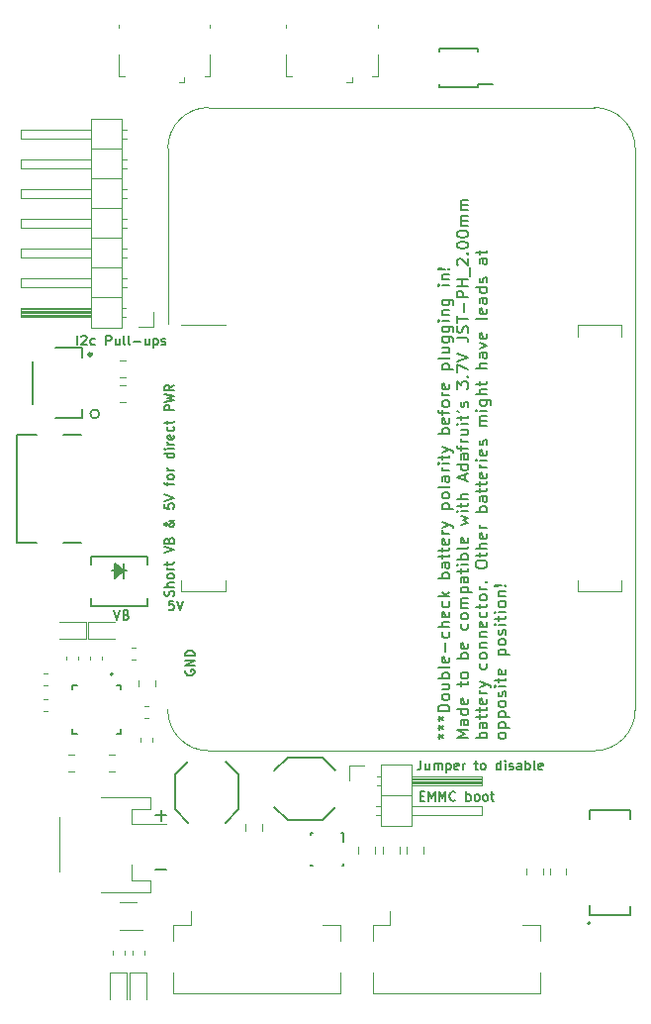
<source format=gbr>
%TF.GenerationSoftware,KiCad,Pcbnew,(5.99.0-10362-gce3a84f579)*%
%TF.CreationDate,2021-05-11T10:28:48-04:00*%
%TF.ProjectId,rpi-cm4-carrier,7270692d-636d-4342-9d63-617272696572,v01*%
%TF.SameCoordinates,Original*%
%TF.FileFunction,Legend,Top*%
%TF.FilePolarity,Positive*%
%FSLAX46Y46*%
G04 Gerber Fmt 4.6, Leading zero omitted, Abs format (unit mm)*
G04 Created by KiCad (PCBNEW (5.99.0-10362-gce3a84f579)) date 2021-05-11 10:28:48*
%MOMM*%
%LPD*%
G01*
G04 APERTURE LIST*
%ADD10C,0.160000*%
%ADD11C,0.150000*%
%ADD12C,0.127000*%
%ADD13C,0.200000*%
%ADD14C,0.120000*%
%ADD15C,0.300000*%
%ADD16C,0.152400*%
G04 APERTURE END LIST*
D10*
X121142857Y-118585714D02*
X122057142Y-118585714D01*
X121600000Y-119042857D02*
X121600000Y-118128571D01*
D11*
X145312380Y-111846547D02*
X145550476Y-111846547D01*
X145455238Y-112084642D02*
X145550476Y-111846547D01*
X145455238Y-111608452D01*
X145740952Y-111989404D02*
X145550476Y-111846547D01*
X145740952Y-111703690D01*
X145312380Y-111084642D02*
X145550476Y-111084642D01*
X145455238Y-111322738D02*
X145550476Y-111084642D01*
X145455238Y-110846547D01*
X145740952Y-111227500D02*
X145550476Y-111084642D01*
X145740952Y-110941785D01*
X145312380Y-110322738D02*
X145550476Y-110322738D01*
X145455238Y-110560833D02*
X145550476Y-110322738D01*
X145455238Y-110084642D01*
X145740952Y-110465595D02*
X145550476Y-110322738D01*
X145740952Y-110179880D01*
X146312380Y-109703690D02*
X145312380Y-109703690D01*
X145312380Y-109465595D01*
X145360000Y-109322738D01*
X145455238Y-109227500D01*
X145550476Y-109179880D01*
X145740952Y-109132261D01*
X145883809Y-109132261D01*
X146074285Y-109179880D01*
X146169523Y-109227500D01*
X146264761Y-109322738D01*
X146312380Y-109465595D01*
X146312380Y-109703690D01*
X146312380Y-108560833D02*
X146264761Y-108656071D01*
X146217142Y-108703690D01*
X146121904Y-108751309D01*
X145836190Y-108751309D01*
X145740952Y-108703690D01*
X145693333Y-108656071D01*
X145645714Y-108560833D01*
X145645714Y-108417976D01*
X145693333Y-108322738D01*
X145740952Y-108275119D01*
X145836190Y-108227500D01*
X146121904Y-108227500D01*
X146217142Y-108275119D01*
X146264761Y-108322738D01*
X146312380Y-108417976D01*
X146312380Y-108560833D01*
X145645714Y-107370357D02*
X146312380Y-107370357D01*
X145645714Y-107798928D02*
X146169523Y-107798928D01*
X146264761Y-107751309D01*
X146312380Y-107656071D01*
X146312380Y-107513214D01*
X146264761Y-107417976D01*
X146217142Y-107370357D01*
X146312380Y-106894166D02*
X145312380Y-106894166D01*
X145693333Y-106894166D02*
X145645714Y-106798928D01*
X145645714Y-106608452D01*
X145693333Y-106513214D01*
X145740952Y-106465595D01*
X145836190Y-106417976D01*
X146121904Y-106417976D01*
X146217142Y-106465595D01*
X146264761Y-106513214D01*
X146312380Y-106608452D01*
X146312380Y-106798928D01*
X146264761Y-106894166D01*
X146312380Y-105846547D02*
X146264761Y-105941785D01*
X146169523Y-105989404D01*
X145312380Y-105989404D01*
X146264761Y-105084642D02*
X146312380Y-105179880D01*
X146312380Y-105370357D01*
X146264761Y-105465595D01*
X146169523Y-105513214D01*
X145788571Y-105513214D01*
X145693333Y-105465595D01*
X145645714Y-105370357D01*
X145645714Y-105179880D01*
X145693333Y-105084642D01*
X145788571Y-105037023D01*
X145883809Y-105037023D01*
X145979047Y-105513214D01*
X145931428Y-104608452D02*
X145931428Y-103846547D01*
X146264761Y-102941785D02*
X146312380Y-103037023D01*
X146312380Y-103227500D01*
X146264761Y-103322738D01*
X146217142Y-103370357D01*
X146121904Y-103417976D01*
X145836190Y-103417976D01*
X145740952Y-103370357D01*
X145693333Y-103322738D01*
X145645714Y-103227500D01*
X145645714Y-103037023D01*
X145693333Y-102941785D01*
X146312380Y-102513214D02*
X145312380Y-102513214D01*
X146312380Y-102084642D02*
X145788571Y-102084642D01*
X145693333Y-102132261D01*
X145645714Y-102227500D01*
X145645714Y-102370357D01*
X145693333Y-102465595D01*
X145740952Y-102513214D01*
X146264761Y-101227500D02*
X146312380Y-101322738D01*
X146312380Y-101513214D01*
X146264761Y-101608452D01*
X146169523Y-101656071D01*
X145788571Y-101656071D01*
X145693333Y-101608452D01*
X145645714Y-101513214D01*
X145645714Y-101322738D01*
X145693333Y-101227500D01*
X145788571Y-101179880D01*
X145883809Y-101179880D01*
X145979047Y-101656071D01*
X146264761Y-100322738D02*
X146312380Y-100417976D01*
X146312380Y-100608452D01*
X146264761Y-100703690D01*
X146217142Y-100751309D01*
X146121904Y-100798928D01*
X145836190Y-100798928D01*
X145740952Y-100751309D01*
X145693333Y-100703690D01*
X145645714Y-100608452D01*
X145645714Y-100417976D01*
X145693333Y-100322738D01*
X146312380Y-99894166D02*
X145312380Y-99894166D01*
X145931428Y-99798928D02*
X146312380Y-99513214D01*
X145645714Y-99513214D02*
X146026666Y-99894166D01*
X146312380Y-98322738D02*
X145312380Y-98322738D01*
X145693333Y-98322738D02*
X145645714Y-98227500D01*
X145645714Y-98037023D01*
X145693333Y-97941785D01*
X145740952Y-97894166D01*
X145836190Y-97846547D01*
X146121904Y-97846547D01*
X146217142Y-97894166D01*
X146264761Y-97941785D01*
X146312380Y-98037023D01*
X146312380Y-98227500D01*
X146264761Y-98322738D01*
X146312380Y-96989404D02*
X145788571Y-96989404D01*
X145693333Y-97037023D01*
X145645714Y-97132261D01*
X145645714Y-97322738D01*
X145693333Y-97417976D01*
X146264761Y-96989404D02*
X146312380Y-97084642D01*
X146312380Y-97322738D01*
X146264761Y-97417976D01*
X146169523Y-97465595D01*
X146074285Y-97465595D01*
X145979047Y-97417976D01*
X145931428Y-97322738D01*
X145931428Y-97084642D01*
X145883809Y-96989404D01*
X145645714Y-96656071D02*
X145645714Y-96275119D01*
X145312380Y-96513214D02*
X146169523Y-96513214D01*
X146264761Y-96465595D01*
X146312380Y-96370357D01*
X146312380Y-96275119D01*
X145645714Y-96084642D02*
X145645714Y-95703690D01*
X145312380Y-95941785D02*
X146169523Y-95941785D01*
X146264761Y-95894166D01*
X146312380Y-95798928D01*
X146312380Y-95703690D01*
X146264761Y-94989404D02*
X146312380Y-95084642D01*
X146312380Y-95275119D01*
X146264761Y-95370357D01*
X146169523Y-95417976D01*
X145788571Y-95417976D01*
X145693333Y-95370357D01*
X145645714Y-95275119D01*
X145645714Y-95084642D01*
X145693333Y-94989404D01*
X145788571Y-94941785D01*
X145883809Y-94941785D01*
X145979047Y-95417976D01*
X146312380Y-94513214D02*
X145645714Y-94513214D01*
X145836190Y-94513214D02*
X145740952Y-94465595D01*
X145693333Y-94417976D01*
X145645714Y-94322738D01*
X145645714Y-94227500D01*
X145645714Y-93989404D02*
X146312380Y-93751309D01*
X145645714Y-93513214D02*
X146312380Y-93751309D01*
X146550476Y-93846547D01*
X146598095Y-93894166D01*
X146645714Y-93989404D01*
X145645714Y-92370357D02*
X146645714Y-92370357D01*
X145693333Y-92370357D02*
X145645714Y-92275119D01*
X145645714Y-92084642D01*
X145693333Y-91989404D01*
X145740952Y-91941785D01*
X145836190Y-91894166D01*
X146121904Y-91894166D01*
X146217142Y-91941785D01*
X146264761Y-91989404D01*
X146312380Y-92084642D01*
X146312380Y-92275119D01*
X146264761Y-92370357D01*
X146312380Y-91322738D02*
X146264761Y-91417976D01*
X146217142Y-91465595D01*
X146121904Y-91513214D01*
X145836190Y-91513214D01*
X145740952Y-91465595D01*
X145693333Y-91417976D01*
X145645714Y-91322738D01*
X145645714Y-91179880D01*
X145693333Y-91084642D01*
X145740952Y-91037023D01*
X145836190Y-90989404D01*
X146121904Y-90989404D01*
X146217142Y-91037023D01*
X146264761Y-91084642D01*
X146312380Y-91179880D01*
X146312380Y-91322738D01*
X146312380Y-90417976D02*
X146264761Y-90513214D01*
X146169523Y-90560833D01*
X145312380Y-90560833D01*
X146312380Y-89608452D02*
X145788571Y-89608452D01*
X145693333Y-89656071D01*
X145645714Y-89751309D01*
X145645714Y-89941785D01*
X145693333Y-90037023D01*
X146264761Y-89608452D02*
X146312380Y-89703690D01*
X146312380Y-89941785D01*
X146264761Y-90037023D01*
X146169523Y-90084642D01*
X146074285Y-90084642D01*
X145979047Y-90037023D01*
X145931428Y-89941785D01*
X145931428Y-89703690D01*
X145883809Y-89608452D01*
X146312380Y-89132261D02*
X145645714Y-89132261D01*
X145836190Y-89132261D02*
X145740952Y-89084642D01*
X145693333Y-89037023D01*
X145645714Y-88941785D01*
X145645714Y-88846547D01*
X146312380Y-88513214D02*
X145645714Y-88513214D01*
X145312380Y-88513214D02*
X145360000Y-88560833D01*
X145407619Y-88513214D01*
X145360000Y-88465595D01*
X145312380Y-88513214D01*
X145407619Y-88513214D01*
X145645714Y-88179880D02*
X145645714Y-87798928D01*
X145312380Y-88037023D02*
X146169523Y-88037023D01*
X146264761Y-87989404D01*
X146312380Y-87894166D01*
X146312380Y-87798928D01*
X145645714Y-87560833D02*
X146312380Y-87322738D01*
X145645714Y-87084642D02*
X146312380Y-87322738D01*
X146550476Y-87417976D01*
X146598095Y-87465595D01*
X146645714Y-87560833D01*
X146312380Y-85941785D02*
X145312380Y-85941785D01*
X145693333Y-85941785D02*
X145645714Y-85846547D01*
X145645714Y-85656071D01*
X145693333Y-85560833D01*
X145740952Y-85513214D01*
X145836190Y-85465595D01*
X146121904Y-85465595D01*
X146217142Y-85513214D01*
X146264761Y-85560833D01*
X146312380Y-85656071D01*
X146312380Y-85846547D01*
X146264761Y-85941785D01*
X146264761Y-84656071D02*
X146312380Y-84751309D01*
X146312380Y-84941785D01*
X146264761Y-85037023D01*
X146169523Y-85084642D01*
X145788571Y-85084642D01*
X145693333Y-85037023D01*
X145645714Y-84941785D01*
X145645714Y-84751309D01*
X145693333Y-84656071D01*
X145788571Y-84608452D01*
X145883809Y-84608452D01*
X145979047Y-85084642D01*
X145645714Y-84322738D02*
X145645714Y-83941785D01*
X146312380Y-84179880D02*
X145455238Y-84179880D01*
X145360000Y-84132261D01*
X145312380Y-84037023D01*
X145312380Y-83941785D01*
X146312380Y-83465595D02*
X146264761Y-83560833D01*
X146217142Y-83608452D01*
X146121904Y-83656071D01*
X145836190Y-83656071D01*
X145740952Y-83608452D01*
X145693333Y-83560833D01*
X145645714Y-83465595D01*
X145645714Y-83322738D01*
X145693333Y-83227500D01*
X145740952Y-83179880D01*
X145836190Y-83132261D01*
X146121904Y-83132261D01*
X146217142Y-83179880D01*
X146264761Y-83227500D01*
X146312380Y-83322738D01*
X146312380Y-83465595D01*
X146312380Y-82703690D02*
X145645714Y-82703690D01*
X145836190Y-82703690D02*
X145740952Y-82656071D01*
X145693333Y-82608452D01*
X145645714Y-82513214D01*
X145645714Y-82417976D01*
X146264761Y-81703690D02*
X146312380Y-81798928D01*
X146312380Y-81989404D01*
X146264761Y-82084642D01*
X146169523Y-82132261D01*
X145788571Y-82132261D01*
X145693333Y-82084642D01*
X145645714Y-81989404D01*
X145645714Y-81798928D01*
X145693333Y-81703690D01*
X145788571Y-81656071D01*
X145883809Y-81656071D01*
X145979047Y-82132261D01*
X145645714Y-80465595D02*
X146645714Y-80465595D01*
X145693333Y-80465595D02*
X145645714Y-80370357D01*
X145645714Y-80179880D01*
X145693333Y-80084642D01*
X145740952Y-80037023D01*
X145836190Y-79989404D01*
X146121904Y-79989404D01*
X146217142Y-80037023D01*
X146264761Y-80084642D01*
X146312380Y-80179880D01*
X146312380Y-80370357D01*
X146264761Y-80465595D01*
X146312380Y-79417976D02*
X146264761Y-79513214D01*
X146169523Y-79560833D01*
X145312380Y-79560833D01*
X145645714Y-78608452D02*
X146312380Y-78608452D01*
X145645714Y-79037023D02*
X146169523Y-79037023D01*
X146264761Y-78989404D01*
X146312380Y-78894166D01*
X146312380Y-78751309D01*
X146264761Y-78656071D01*
X146217142Y-78608452D01*
X145645714Y-77703690D02*
X146455238Y-77703690D01*
X146550476Y-77751309D01*
X146598095Y-77798928D01*
X146645714Y-77894166D01*
X146645714Y-78037023D01*
X146598095Y-78132261D01*
X146264761Y-77703690D02*
X146312380Y-77798928D01*
X146312380Y-77989404D01*
X146264761Y-78084642D01*
X146217142Y-78132261D01*
X146121904Y-78179880D01*
X145836190Y-78179880D01*
X145740952Y-78132261D01*
X145693333Y-78084642D01*
X145645714Y-77989404D01*
X145645714Y-77798928D01*
X145693333Y-77703690D01*
X145645714Y-76798928D02*
X146455238Y-76798928D01*
X146550476Y-76846547D01*
X146598095Y-76894166D01*
X146645714Y-76989404D01*
X146645714Y-77132261D01*
X146598095Y-77227500D01*
X146264761Y-76798928D02*
X146312380Y-76894166D01*
X146312380Y-77084642D01*
X146264761Y-77179880D01*
X146217142Y-77227500D01*
X146121904Y-77275119D01*
X145836190Y-77275119D01*
X145740952Y-77227500D01*
X145693333Y-77179880D01*
X145645714Y-77084642D01*
X145645714Y-76894166D01*
X145693333Y-76798928D01*
X146312380Y-76322738D02*
X145645714Y-76322738D01*
X145312380Y-76322738D02*
X145360000Y-76370357D01*
X145407619Y-76322738D01*
X145360000Y-76275119D01*
X145312380Y-76322738D01*
X145407619Y-76322738D01*
X145645714Y-75846547D02*
X146312380Y-75846547D01*
X145740952Y-75846547D02*
X145693333Y-75798928D01*
X145645714Y-75703690D01*
X145645714Y-75560833D01*
X145693333Y-75465595D01*
X145788571Y-75417976D01*
X146312380Y-75417976D01*
X145645714Y-74513214D02*
X146455238Y-74513214D01*
X146550476Y-74560833D01*
X146598095Y-74608452D01*
X146645714Y-74703690D01*
X146645714Y-74846547D01*
X146598095Y-74941785D01*
X146264761Y-74513214D02*
X146312380Y-74608452D01*
X146312380Y-74798928D01*
X146264761Y-74894166D01*
X146217142Y-74941785D01*
X146121904Y-74989404D01*
X145836190Y-74989404D01*
X145740952Y-74941785D01*
X145693333Y-74894166D01*
X145645714Y-74798928D01*
X145645714Y-74608452D01*
X145693333Y-74513214D01*
X146312380Y-73275119D02*
X145645714Y-73275119D01*
X145312380Y-73275119D02*
X145360000Y-73322738D01*
X145407619Y-73275119D01*
X145360000Y-73227500D01*
X145312380Y-73275119D01*
X145407619Y-73275119D01*
X145645714Y-72798928D02*
X146312380Y-72798928D01*
X145740952Y-72798928D02*
X145693333Y-72751309D01*
X145645714Y-72656071D01*
X145645714Y-72513214D01*
X145693333Y-72417976D01*
X145788571Y-72370357D01*
X146312380Y-72370357D01*
X146217142Y-71894166D02*
X146264761Y-71846547D01*
X146312380Y-71894166D01*
X146264761Y-71941785D01*
X146217142Y-71894166D01*
X146312380Y-71894166D01*
X145931428Y-71894166D02*
X145360000Y-71941785D01*
X145312380Y-71894166D01*
X145360000Y-71846547D01*
X145931428Y-71894166D01*
X145312380Y-71894166D01*
X147922380Y-111989404D02*
X146922380Y-111989404D01*
X147636666Y-111656071D01*
X146922380Y-111322738D01*
X147922380Y-111322738D01*
X147922380Y-110417976D02*
X147398571Y-110417976D01*
X147303333Y-110465595D01*
X147255714Y-110560833D01*
X147255714Y-110751309D01*
X147303333Y-110846547D01*
X147874761Y-110417976D02*
X147922380Y-110513214D01*
X147922380Y-110751309D01*
X147874761Y-110846547D01*
X147779523Y-110894166D01*
X147684285Y-110894166D01*
X147589047Y-110846547D01*
X147541428Y-110751309D01*
X147541428Y-110513214D01*
X147493809Y-110417976D01*
X147922380Y-109513214D02*
X146922380Y-109513214D01*
X147874761Y-109513214D02*
X147922380Y-109608452D01*
X147922380Y-109798928D01*
X147874761Y-109894166D01*
X147827142Y-109941785D01*
X147731904Y-109989404D01*
X147446190Y-109989404D01*
X147350952Y-109941785D01*
X147303333Y-109894166D01*
X147255714Y-109798928D01*
X147255714Y-109608452D01*
X147303333Y-109513214D01*
X147874761Y-108656071D02*
X147922380Y-108751309D01*
X147922380Y-108941785D01*
X147874761Y-109037023D01*
X147779523Y-109084642D01*
X147398571Y-109084642D01*
X147303333Y-109037023D01*
X147255714Y-108941785D01*
X147255714Y-108751309D01*
X147303333Y-108656071D01*
X147398571Y-108608452D01*
X147493809Y-108608452D01*
X147589047Y-109084642D01*
X147255714Y-107560833D02*
X147255714Y-107179880D01*
X146922380Y-107417976D02*
X147779523Y-107417976D01*
X147874761Y-107370357D01*
X147922380Y-107275119D01*
X147922380Y-107179880D01*
X147922380Y-106703690D02*
X147874761Y-106798928D01*
X147827142Y-106846547D01*
X147731904Y-106894166D01*
X147446190Y-106894166D01*
X147350952Y-106846547D01*
X147303333Y-106798928D01*
X147255714Y-106703690D01*
X147255714Y-106560833D01*
X147303333Y-106465595D01*
X147350952Y-106417976D01*
X147446190Y-106370357D01*
X147731904Y-106370357D01*
X147827142Y-106417976D01*
X147874761Y-106465595D01*
X147922380Y-106560833D01*
X147922380Y-106703690D01*
X147922380Y-105179880D02*
X146922380Y-105179880D01*
X147303333Y-105179880D02*
X147255714Y-105084642D01*
X147255714Y-104894166D01*
X147303333Y-104798928D01*
X147350952Y-104751309D01*
X147446190Y-104703690D01*
X147731904Y-104703690D01*
X147827142Y-104751309D01*
X147874761Y-104798928D01*
X147922380Y-104894166D01*
X147922380Y-105084642D01*
X147874761Y-105179880D01*
X147874761Y-103894166D02*
X147922380Y-103989404D01*
X147922380Y-104179880D01*
X147874761Y-104275119D01*
X147779523Y-104322738D01*
X147398571Y-104322738D01*
X147303333Y-104275119D01*
X147255714Y-104179880D01*
X147255714Y-103989404D01*
X147303333Y-103894166D01*
X147398571Y-103846547D01*
X147493809Y-103846547D01*
X147589047Y-104322738D01*
X147874761Y-102227500D02*
X147922380Y-102322738D01*
X147922380Y-102513214D01*
X147874761Y-102608452D01*
X147827142Y-102656071D01*
X147731904Y-102703690D01*
X147446190Y-102703690D01*
X147350952Y-102656071D01*
X147303333Y-102608452D01*
X147255714Y-102513214D01*
X147255714Y-102322738D01*
X147303333Y-102227500D01*
X147922380Y-101656071D02*
X147874761Y-101751309D01*
X147827142Y-101798928D01*
X147731904Y-101846547D01*
X147446190Y-101846547D01*
X147350952Y-101798928D01*
X147303333Y-101751309D01*
X147255714Y-101656071D01*
X147255714Y-101513214D01*
X147303333Y-101417976D01*
X147350952Y-101370357D01*
X147446190Y-101322738D01*
X147731904Y-101322738D01*
X147827142Y-101370357D01*
X147874761Y-101417976D01*
X147922380Y-101513214D01*
X147922380Y-101656071D01*
X147922380Y-100894166D02*
X147255714Y-100894166D01*
X147350952Y-100894166D02*
X147303333Y-100846547D01*
X147255714Y-100751309D01*
X147255714Y-100608452D01*
X147303333Y-100513214D01*
X147398571Y-100465595D01*
X147922380Y-100465595D01*
X147398571Y-100465595D02*
X147303333Y-100417976D01*
X147255714Y-100322738D01*
X147255714Y-100179880D01*
X147303333Y-100084642D01*
X147398571Y-100037023D01*
X147922380Y-100037023D01*
X147255714Y-99560833D02*
X148255714Y-99560833D01*
X147303333Y-99560833D02*
X147255714Y-99465595D01*
X147255714Y-99275119D01*
X147303333Y-99179880D01*
X147350952Y-99132261D01*
X147446190Y-99084642D01*
X147731904Y-99084642D01*
X147827142Y-99132261D01*
X147874761Y-99179880D01*
X147922380Y-99275119D01*
X147922380Y-99465595D01*
X147874761Y-99560833D01*
X147922380Y-98227500D02*
X147398571Y-98227500D01*
X147303333Y-98275119D01*
X147255714Y-98370357D01*
X147255714Y-98560833D01*
X147303333Y-98656071D01*
X147874761Y-98227500D02*
X147922380Y-98322738D01*
X147922380Y-98560833D01*
X147874761Y-98656071D01*
X147779523Y-98703690D01*
X147684285Y-98703690D01*
X147589047Y-98656071D01*
X147541428Y-98560833D01*
X147541428Y-98322738D01*
X147493809Y-98227500D01*
X147255714Y-97894166D02*
X147255714Y-97513214D01*
X146922380Y-97751309D02*
X147779523Y-97751309D01*
X147874761Y-97703690D01*
X147922380Y-97608452D01*
X147922380Y-97513214D01*
X147922380Y-97179880D02*
X147255714Y-97179880D01*
X146922380Y-97179880D02*
X146970000Y-97227500D01*
X147017619Y-97179880D01*
X146970000Y-97132261D01*
X146922380Y-97179880D01*
X147017619Y-97179880D01*
X147922380Y-96703690D02*
X146922380Y-96703690D01*
X147303333Y-96703690D02*
X147255714Y-96608452D01*
X147255714Y-96417976D01*
X147303333Y-96322738D01*
X147350952Y-96275119D01*
X147446190Y-96227500D01*
X147731904Y-96227500D01*
X147827142Y-96275119D01*
X147874761Y-96322738D01*
X147922380Y-96417976D01*
X147922380Y-96608452D01*
X147874761Y-96703690D01*
X147922380Y-95656071D02*
X147874761Y-95751309D01*
X147779523Y-95798928D01*
X146922380Y-95798928D01*
X147874761Y-94894166D02*
X147922380Y-94989404D01*
X147922380Y-95179880D01*
X147874761Y-95275119D01*
X147779523Y-95322738D01*
X147398571Y-95322738D01*
X147303333Y-95275119D01*
X147255714Y-95179880D01*
X147255714Y-94989404D01*
X147303333Y-94894166D01*
X147398571Y-94846547D01*
X147493809Y-94846547D01*
X147589047Y-95322738D01*
X147255714Y-93751309D02*
X147922380Y-93560833D01*
X147446190Y-93370357D01*
X147922380Y-93179880D01*
X147255714Y-92989404D01*
X147922380Y-92608452D02*
X147255714Y-92608452D01*
X146922380Y-92608452D02*
X146970000Y-92656071D01*
X147017619Y-92608452D01*
X146970000Y-92560833D01*
X146922380Y-92608452D01*
X147017619Y-92608452D01*
X147255714Y-92275119D02*
X147255714Y-91894166D01*
X146922380Y-92132261D02*
X147779523Y-92132261D01*
X147874761Y-92084642D01*
X147922380Y-91989404D01*
X147922380Y-91894166D01*
X147922380Y-91560833D02*
X146922380Y-91560833D01*
X147922380Y-91132261D02*
X147398571Y-91132261D01*
X147303333Y-91179880D01*
X147255714Y-91275119D01*
X147255714Y-91417976D01*
X147303333Y-91513214D01*
X147350952Y-91560833D01*
X147636666Y-89941785D02*
X147636666Y-89465595D01*
X147922380Y-90037023D02*
X146922380Y-89703690D01*
X147922380Y-89370357D01*
X147922380Y-88608452D02*
X146922380Y-88608452D01*
X147874761Y-88608452D02*
X147922380Y-88703690D01*
X147922380Y-88894166D01*
X147874761Y-88989404D01*
X147827142Y-89037023D01*
X147731904Y-89084642D01*
X147446190Y-89084642D01*
X147350952Y-89037023D01*
X147303333Y-88989404D01*
X147255714Y-88894166D01*
X147255714Y-88703690D01*
X147303333Y-88608452D01*
X147922380Y-87703690D02*
X147398571Y-87703690D01*
X147303333Y-87751309D01*
X147255714Y-87846547D01*
X147255714Y-88037023D01*
X147303333Y-88132261D01*
X147874761Y-87703690D02*
X147922380Y-87798928D01*
X147922380Y-88037023D01*
X147874761Y-88132261D01*
X147779523Y-88179880D01*
X147684285Y-88179880D01*
X147589047Y-88132261D01*
X147541428Y-88037023D01*
X147541428Y-87798928D01*
X147493809Y-87703690D01*
X147255714Y-87370357D02*
X147255714Y-86989404D01*
X147922380Y-87227500D02*
X147065238Y-87227500D01*
X146970000Y-87179880D01*
X146922380Y-87084642D01*
X146922380Y-86989404D01*
X147922380Y-86656071D02*
X147255714Y-86656071D01*
X147446190Y-86656071D02*
X147350952Y-86608452D01*
X147303333Y-86560833D01*
X147255714Y-86465595D01*
X147255714Y-86370357D01*
X147255714Y-85608452D02*
X147922380Y-85608452D01*
X147255714Y-86037023D02*
X147779523Y-86037023D01*
X147874761Y-85989404D01*
X147922380Y-85894166D01*
X147922380Y-85751309D01*
X147874761Y-85656071D01*
X147827142Y-85608452D01*
X147922380Y-85132261D02*
X147255714Y-85132261D01*
X146922380Y-85132261D02*
X146970000Y-85179880D01*
X147017619Y-85132261D01*
X146970000Y-85084642D01*
X146922380Y-85132261D01*
X147017619Y-85132261D01*
X147255714Y-84798928D02*
X147255714Y-84417976D01*
X146922380Y-84656071D02*
X147779523Y-84656071D01*
X147874761Y-84608452D01*
X147922380Y-84513214D01*
X147922380Y-84417976D01*
X146922380Y-84037023D02*
X147112857Y-84132261D01*
X147874761Y-83656071D02*
X147922380Y-83560833D01*
X147922380Y-83370357D01*
X147874761Y-83275119D01*
X147779523Y-83227500D01*
X147731904Y-83227500D01*
X147636666Y-83275119D01*
X147589047Y-83370357D01*
X147589047Y-83513214D01*
X147541428Y-83608452D01*
X147446190Y-83656071D01*
X147398571Y-83656071D01*
X147303333Y-83608452D01*
X147255714Y-83513214D01*
X147255714Y-83370357D01*
X147303333Y-83275119D01*
X146922380Y-82132261D02*
X146922380Y-81513214D01*
X147303333Y-81846547D01*
X147303333Y-81703690D01*
X147350952Y-81608452D01*
X147398571Y-81560833D01*
X147493809Y-81513214D01*
X147731904Y-81513214D01*
X147827142Y-81560833D01*
X147874761Y-81608452D01*
X147922380Y-81703690D01*
X147922380Y-81989404D01*
X147874761Y-82084642D01*
X147827142Y-82132261D01*
X147827142Y-81084642D02*
X147874761Y-81037023D01*
X147922380Y-81084642D01*
X147874761Y-81132261D01*
X147827142Y-81084642D01*
X147922380Y-81084642D01*
X146922380Y-80703690D02*
X146922380Y-80037023D01*
X147922380Y-80465595D01*
X146922380Y-79798928D02*
X147922380Y-79465595D01*
X146922380Y-79132261D01*
X146922380Y-77751309D02*
X147636666Y-77751309D01*
X147779523Y-77798928D01*
X147874761Y-77894166D01*
X147922380Y-78037023D01*
X147922380Y-78132261D01*
X147874761Y-77322738D02*
X147922380Y-77179880D01*
X147922380Y-76941785D01*
X147874761Y-76846547D01*
X147827142Y-76798928D01*
X147731904Y-76751309D01*
X147636666Y-76751309D01*
X147541428Y-76798928D01*
X147493809Y-76846547D01*
X147446190Y-76941785D01*
X147398571Y-77132261D01*
X147350952Y-77227500D01*
X147303333Y-77275119D01*
X147208095Y-77322738D01*
X147112857Y-77322738D01*
X147017619Y-77275119D01*
X146970000Y-77227500D01*
X146922380Y-77132261D01*
X146922380Y-76894166D01*
X146970000Y-76751309D01*
X146922380Y-76465595D02*
X146922380Y-75894166D01*
X147922380Y-76179880D02*
X146922380Y-76179880D01*
X147541428Y-75560833D02*
X147541428Y-74798928D01*
X147922380Y-74322738D02*
X146922380Y-74322738D01*
X146922380Y-73941785D01*
X146970000Y-73846547D01*
X147017619Y-73798928D01*
X147112857Y-73751309D01*
X147255714Y-73751309D01*
X147350952Y-73798928D01*
X147398571Y-73846547D01*
X147446190Y-73941785D01*
X147446190Y-74322738D01*
X147922380Y-73322738D02*
X146922380Y-73322738D01*
X147398571Y-73322738D02*
X147398571Y-72751309D01*
X147922380Y-72751309D02*
X146922380Y-72751309D01*
X148017619Y-72513214D02*
X148017619Y-71751309D01*
X147017619Y-71560833D02*
X146970000Y-71513214D01*
X146922380Y-71417976D01*
X146922380Y-71179880D01*
X146970000Y-71084642D01*
X147017619Y-71037023D01*
X147112857Y-70989404D01*
X147208095Y-70989404D01*
X147350952Y-71037023D01*
X147922380Y-71608452D01*
X147922380Y-70989404D01*
X147827142Y-70560833D02*
X147874761Y-70513214D01*
X147922380Y-70560833D01*
X147874761Y-70608452D01*
X147827142Y-70560833D01*
X147922380Y-70560833D01*
X146922380Y-69894166D02*
X146922380Y-69798928D01*
X146970000Y-69703690D01*
X147017619Y-69656071D01*
X147112857Y-69608452D01*
X147303333Y-69560833D01*
X147541428Y-69560833D01*
X147731904Y-69608452D01*
X147827142Y-69656071D01*
X147874761Y-69703690D01*
X147922380Y-69798928D01*
X147922380Y-69894166D01*
X147874761Y-69989404D01*
X147827142Y-70037023D01*
X147731904Y-70084642D01*
X147541428Y-70132261D01*
X147303333Y-70132261D01*
X147112857Y-70084642D01*
X147017619Y-70037023D01*
X146970000Y-69989404D01*
X146922380Y-69894166D01*
X146922380Y-68941785D02*
X146922380Y-68846547D01*
X146970000Y-68751309D01*
X147017619Y-68703690D01*
X147112857Y-68656071D01*
X147303333Y-68608452D01*
X147541428Y-68608452D01*
X147731904Y-68656071D01*
X147827142Y-68703690D01*
X147874761Y-68751309D01*
X147922380Y-68846547D01*
X147922380Y-68941785D01*
X147874761Y-69037023D01*
X147827142Y-69084642D01*
X147731904Y-69132261D01*
X147541428Y-69179880D01*
X147303333Y-69179880D01*
X147112857Y-69132261D01*
X147017619Y-69084642D01*
X146970000Y-69037023D01*
X146922380Y-68941785D01*
X147922380Y-68179880D02*
X147255714Y-68179880D01*
X147350952Y-68179880D02*
X147303333Y-68132261D01*
X147255714Y-68037023D01*
X147255714Y-67894166D01*
X147303333Y-67798928D01*
X147398571Y-67751309D01*
X147922380Y-67751309D01*
X147398571Y-67751309D02*
X147303333Y-67703690D01*
X147255714Y-67608452D01*
X147255714Y-67465595D01*
X147303333Y-67370357D01*
X147398571Y-67322738D01*
X147922380Y-67322738D01*
X147922380Y-66846547D02*
X147255714Y-66846547D01*
X147350952Y-66846547D02*
X147303333Y-66798928D01*
X147255714Y-66703690D01*
X147255714Y-66560833D01*
X147303333Y-66465595D01*
X147398571Y-66417976D01*
X147922380Y-66417976D01*
X147398571Y-66417976D02*
X147303333Y-66370357D01*
X147255714Y-66275119D01*
X147255714Y-66132261D01*
X147303333Y-66037023D01*
X147398571Y-65989404D01*
X147922380Y-65989404D01*
X149532380Y-111989404D02*
X148532380Y-111989404D01*
X148913333Y-111989404D02*
X148865714Y-111894166D01*
X148865714Y-111703690D01*
X148913333Y-111608452D01*
X148960952Y-111560833D01*
X149056190Y-111513214D01*
X149341904Y-111513214D01*
X149437142Y-111560833D01*
X149484761Y-111608452D01*
X149532380Y-111703690D01*
X149532380Y-111894166D01*
X149484761Y-111989404D01*
X149532380Y-110656071D02*
X149008571Y-110656071D01*
X148913333Y-110703690D01*
X148865714Y-110798928D01*
X148865714Y-110989404D01*
X148913333Y-111084642D01*
X149484761Y-110656071D02*
X149532380Y-110751309D01*
X149532380Y-110989404D01*
X149484761Y-111084642D01*
X149389523Y-111132261D01*
X149294285Y-111132261D01*
X149199047Y-111084642D01*
X149151428Y-110989404D01*
X149151428Y-110751309D01*
X149103809Y-110656071D01*
X148865714Y-110322738D02*
X148865714Y-109941785D01*
X148532380Y-110179880D02*
X149389523Y-110179880D01*
X149484761Y-110132261D01*
X149532380Y-110037023D01*
X149532380Y-109941785D01*
X148865714Y-109751309D02*
X148865714Y-109370357D01*
X148532380Y-109608452D02*
X149389523Y-109608452D01*
X149484761Y-109560833D01*
X149532380Y-109465595D01*
X149532380Y-109370357D01*
X149484761Y-108656071D02*
X149532380Y-108751309D01*
X149532380Y-108941785D01*
X149484761Y-109037023D01*
X149389523Y-109084642D01*
X149008571Y-109084642D01*
X148913333Y-109037023D01*
X148865714Y-108941785D01*
X148865714Y-108751309D01*
X148913333Y-108656071D01*
X149008571Y-108608452D01*
X149103809Y-108608452D01*
X149199047Y-109084642D01*
X149532380Y-108179880D02*
X148865714Y-108179880D01*
X149056190Y-108179880D02*
X148960952Y-108132261D01*
X148913333Y-108084642D01*
X148865714Y-107989404D01*
X148865714Y-107894166D01*
X148865714Y-107656071D02*
X149532380Y-107417976D01*
X148865714Y-107179880D02*
X149532380Y-107417976D01*
X149770476Y-107513214D01*
X149818095Y-107560833D01*
X149865714Y-107656071D01*
X149484761Y-105608452D02*
X149532380Y-105703690D01*
X149532380Y-105894166D01*
X149484761Y-105989404D01*
X149437142Y-106037023D01*
X149341904Y-106084642D01*
X149056190Y-106084642D01*
X148960952Y-106037023D01*
X148913333Y-105989404D01*
X148865714Y-105894166D01*
X148865714Y-105703690D01*
X148913333Y-105608452D01*
X149532380Y-105037023D02*
X149484761Y-105132261D01*
X149437142Y-105179880D01*
X149341904Y-105227500D01*
X149056190Y-105227500D01*
X148960952Y-105179880D01*
X148913333Y-105132261D01*
X148865714Y-105037023D01*
X148865714Y-104894166D01*
X148913333Y-104798928D01*
X148960952Y-104751309D01*
X149056190Y-104703690D01*
X149341904Y-104703690D01*
X149437142Y-104751309D01*
X149484761Y-104798928D01*
X149532380Y-104894166D01*
X149532380Y-105037023D01*
X148865714Y-104275119D02*
X149532380Y-104275119D01*
X148960952Y-104275119D02*
X148913333Y-104227500D01*
X148865714Y-104132261D01*
X148865714Y-103989404D01*
X148913333Y-103894166D01*
X149008571Y-103846547D01*
X149532380Y-103846547D01*
X148865714Y-103370357D02*
X149532380Y-103370357D01*
X148960952Y-103370357D02*
X148913333Y-103322738D01*
X148865714Y-103227500D01*
X148865714Y-103084642D01*
X148913333Y-102989404D01*
X149008571Y-102941785D01*
X149532380Y-102941785D01*
X149484761Y-102084642D02*
X149532380Y-102179880D01*
X149532380Y-102370357D01*
X149484761Y-102465595D01*
X149389523Y-102513214D01*
X149008571Y-102513214D01*
X148913333Y-102465595D01*
X148865714Y-102370357D01*
X148865714Y-102179880D01*
X148913333Y-102084642D01*
X149008571Y-102037023D01*
X149103809Y-102037023D01*
X149199047Y-102513214D01*
X149484761Y-101179880D02*
X149532380Y-101275119D01*
X149532380Y-101465595D01*
X149484761Y-101560833D01*
X149437142Y-101608452D01*
X149341904Y-101656071D01*
X149056190Y-101656071D01*
X148960952Y-101608452D01*
X148913333Y-101560833D01*
X148865714Y-101465595D01*
X148865714Y-101275119D01*
X148913333Y-101179880D01*
X148865714Y-100894166D02*
X148865714Y-100513214D01*
X148532380Y-100751309D02*
X149389523Y-100751309D01*
X149484761Y-100703690D01*
X149532380Y-100608452D01*
X149532380Y-100513214D01*
X149532380Y-100037023D02*
X149484761Y-100132261D01*
X149437142Y-100179880D01*
X149341904Y-100227500D01*
X149056190Y-100227500D01*
X148960952Y-100179880D01*
X148913333Y-100132261D01*
X148865714Y-100037023D01*
X148865714Y-99894166D01*
X148913333Y-99798928D01*
X148960952Y-99751309D01*
X149056190Y-99703690D01*
X149341904Y-99703690D01*
X149437142Y-99751309D01*
X149484761Y-99798928D01*
X149532380Y-99894166D01*
X149532380Y-100037023D01*
X149532380Y-99275119D02*
X148865714Y-99275119D01*
X149056190Y-99275119D02*
X148960952Y-99227500D01*
X148913333Y-99179880D01*
X148865714Y-99084642D01*
X148865714Y-98989404D01*
X149437142Y-98656071D02*
X149484761Y-98608452D01*
X149532380Y-98656071D01*
X149484761Y-98703690D01*
X149437142Y-98656071D01*
X149532380Y-98656071D01*
X148532380Y-97227500D02*
X148532380Y-97037023D01*
X148580000Y-96941785D01*
X148675238Y-96846547D01*
X148865714Y-96798928D01*
X149199047Y-96798928D01*
X149389523Y-96846547D01*
X149484761Y-96941785D01*
X149532380Y-97037023D01*
X149532380Y-97227500D01*
X149484761Y-97322738D01*
X149389523Y-97417976D01*
X149199047Y-97465595D01*
X148865714Y-97465595D01*
X148675238Y-97417976D01*
X148580000Y-97322738D01*
X148532380Y-97227500D01*
X148865714Y-96513214D02*
X148865714Y-96132261D01*
X148532380Y-96370357D02*
X149389523Y-96370357D01*
X149484761Y-96322738D01*
X149532380Y-96227500D01*
X149532380Y-96132261D01*
X149532380Y-95798928D02*
X148532380Y-95798928D01*
X149532380Y-95370357D02*
X149008571Y-95370357D01*
X148913333Y-95417976D01*
X148865714Y-95513214D01*
X148865714Y-95656071D01*
X148913333Y-95751309D01*
X148960952Y-95798928D01*
X149484761Y-94513214D02*
X149532380Y-94608452D01*
X149532380Y-94798928D01*
X149484761Y-94894166D01*
X149389523Y-94941785D01*
X149008571Y-94941785D01*
X148913333Y-94894166D01*
X148865714Y-94798928D01*
X148865714Y-94608452D01*
X148913333Y-94513214D01*
X149008571Y-94465595D01*
X149103809Y-94465595D01*
X149199047Y-94941785D01*
X149532380Y-94037023D02*
X148865714Y-94037023D01*
X149056190Y-94037023D02*
X148960952Y-93989404D01*
X148913333Y-93941785D01*
X148865714Y-93846547D01*
X148865714Y-93751309D01*
X149532380Y-92656071D02*
X148532380Y-92656071D01*
X148913333Y-92656071D02*
X148865714Y-92560833D01*
X148865714Y-92370357D01*
X148913333Y-92275119D01*
X148960952Y-92227500D01*
X149056190Y-92179880D01*
X149341904Y-92179880D01*
X149437142Y-92227500D01*
X149484761Y-92275119D01*
X149532380Y-92370357D01*
X149532380Y-92560833D01*
X149484761Y-92656071D01*
X149532380Y-91322738D02*
X149008571Y-91322738D01*
X148913333Y-91370357D01*
X148865714Y-91465595D01*
X148865714Y-91656071D01*
X148913333Y-91751309D01*
X149484761Y-91322738D02*
X149532380Y-91417976D01*
X149532380Y-91656071D01*
X149484761Y-91751309D01*
X149389523Y-91798928D01*
X149294285Y-91798928D01*
X149199047Y-91751309D01*
X149151428Y-91656071D01*
X149151428Y-91417976D01*
X149103809Y-91322738D01*
X148865714Y-90989404D02*
X148865714Y-90608452D01*
X148532380Y-90846547D02*
X149389523Y-90846547D01*
X149484761Y-90798928D01*
X149532380Y-90703690D01*
X149532380Y-90608452D01*
X148865714Y-90417976D02*
X148865714Y-90037023D01*
X148532380Y-90275119D02*
X149389523Y-90275119D01*
X149484761Y-90227500D01*
X149532380Y-90132261D01*
X149532380Y-90037023D01*
X149484761Y-89322738D02*
X149532380Y-89417976D01*
X149532380Y-89608452D01*
X149484761Y-89703690D01*
X149389523Y-89751309D01*
X149008571Y-89751309D01*
X148913333Y-89703690D01*
X148865714Y-89608452D01*
X148865714Y-89417976D01*
X148913333Y-89322738D01*
X149008571Y-89275119D01*
X149103809Y-89275119D01*
X149199047Y-89751309D01*
X149532380Y-88846547D02*
X148865714Y-88846547D01*
X149056190Y-88846547D02*
X148960952Y-88798928D01*
X148913333Y-88751309D01*
X148865714Y-88656071D01*
X148865714Y-88560833D01*
X149532380Y-88227500D02*
X148865714Y-88227500D01*
X148532380Y-88227500D02*
X148580000Y-88275119D01*
X148627619Y-88227500D01*
X148580000Y-88179880D01*
X148532380Y-88227500D01*
X148627619Y-88227500D01*
X149484761Y-87370357D02*
X149532380Y-87465595D01*
X149532380Y-87656071D01*
X149484761Y-87751309D01*
X149389523Y-87798928D01*
X149008571Y-87798928D01*
X148913333Y-87751309D01*
X148865714Y-87656071D01*
X148865714Y-87465595D01*
X148913333Y-87370357D01*
X149008571Y-87322738D01*
X149103809Y-87322738D01*
X149199047Y-87798928D01*
X149484761Y-86941785D02*
X149532380Y-86846547D01*
X149532380Y-86656071D01*
X149484761Y-86560833D01*
X149389523Y-86513214D01*
X149341904Y-86513214D01*
X149246666Y-86560833D01*
X149199047Y-86656071D01*
X149199047Y-86798928D01*
X149151428Y-86894166D01*
X149056190Y-86941785D01*
X149008571Y-86941785D01*
X148913333Y-86894166D01*
X148865714Y-86798928D01*
X148865714Y-86656071D01*
X148913333Y-86560833D01*
X149532380Y-85322738D02*
X148865714Y-85322738D01*
X148960952Y-85322738D02*
X148913333Y-85275119D01*
X148865714Y-85179880D01*
X148865714Y-85037023D01*
X148913333Y-84941785D01*
X149008571Y-84894166D01*
X149532380Y-84894166D01*
X149008571Y-84894166D02*
X148913333Y-84846547D01*
X148865714Y-84751309D01*
X148865714Y-84608452D01*
X148913333Y-84513214D01*
X149008571Y-84465595D01*
X149532380Y-84465595D01*
X149532380Y-83989404D02*
X148865714Y-83989404D01*
X148532380Y-83989404D02*
X148580000Y-84037023D01*
X148627619Y-83989404D01*
X148580000Y-83941785D01*
X148532380Y-83989404D01*
X148627619Y-83989404D01*
X148865714Y-83084642D02*
X149675238Y-83084642D01*
X149770476Y-83132261D01*
X149818095Y-83179880D01*
X149865714Y-83275119D01*
X149865714Y-83417976D01*
X149818095Y-83513214D01*
X149484761Y-83084642D02*
X149532380Y-83179880D01*
X149532380Y-83370357D01*
X149484761Y-83465595D01*
X149437142Y-83513214D01*
X149341904Y-83560833D01*
X149056190Y-83560833D01*
X148960952Y-83513214D01*
X148913333Y-83465595D01*
X148865714Y-83370357D01*
X148865714Y-83179880D01*
X148913333Y-83084642D01*
X149532380Y-82608452D02*
X148532380Y-82608452D01*
X149532380Y-82179880D02*
X149008571Y-82179880D01*
X148913333Y-82227500D01*
X148865714Y-82322738D01*
X148865714Y-82465595D01*
X148913333Y-82560833D01*
X148960952Y-82608452D01*
X148865714Y-81846547D02*
X148865714Y-81465595D01*
X148532380Y-81703690D02*
X149389523Y-81703690D01*
X149484761Y-81656071D01*
X149532380Y-81560833D01*
X149532380Y-81465595D01*
X149532380Y-80370357D02*
X148532380Y-80370357D01*
X149532380Y-79941785D02*
X149008571Y-79941785D01*
X148913333Y-79989404D01*
X148865714Y-80084642D01*
X148865714Y-80227500D01*
X148913333Y-80322738D01*
X148960952Y-80370357D01*
X149532380Y-79037023D02*
X149008571Y-79037023D01*
X148913333Y-79084642D01*
X148865714Y-79179880D01*
X148865714Y-79370357D01*
X148913333Y-79465595D01*
X149484761Y-79037023D02*
X149532380Y-79132261D01*
X149532380Y-79370357D01*
X149484761Y-79465595D01*
X149389523Y-79513214D01*
X149294285Y-79513214D01*
X149199047Y-79465595D01*
X149151428Y-79370357D01*
X149151428Y-79132261D01*
X149103809Y-79037023D01*
X148865714Y-78656071D02*
X149532380Y-78417976D01*
X148865714Y-78179880D01*
X149484761Y-77417976D02*
X149532380Y-77513214D01*
X149532380Y-77703690D01*
X149484761Y-77798928D01*
X149389523Y-77846547D01*
X149008571Y-77846547D01*
X148913333Y-77798928D01*
X148865714Y-77703690D01*
X148865714Y-77513214D01*
X148913333Y-77417976D01*
X149008571Y-77370357D01*
X149103809Y-77370357D01*
X149199047Y-77846547D01*
X149532380Y-76037023D02*
X149484761Y-76132261D01*
X149389523Y-76179880D01*
X148532380Y-76179880D01*
X149484761Y-75275119D02*
X149532380Y-75370357D01*
X149532380Y-75560833D01*
X149484761Y-75656071D01*
X149389523Y-75703690D01*
X149008571Y-75703690D01*
X148913333Y-75656071D01*
X148865714Y-75560833D01*
X148865714Y-75370357D01*
X148913333Y-75275119D01*
X149008571Y-75227500D01*
X149103809Y-75227500D01*
X149199047Y-75703690D01*
X149532380Y-74370357D02*
X149008571Y-74370357D01*
X148913333Y-74417976D01*
X148865714Y-74513214D01*
X148865714Y-74703690D01*
X148913333Y-74798928D01*
X149484761Y-74370357D02*
X149532380Y-74465595D01*
X149532380Y-74703690D01*
X149484761Y-74798928D01*
X149389523Y-74846547D01*
X149294285Y-74846547D01*
X149199047Y-74798928D01*
X149151428Y-74703690D01*
X149151428Y-74465595D01*
X149103809Y-74370357D01*
X149532380Y-73465595D02*
X148532380Y-73465595D01*
X149484761Y-73465595D02*
X149532380Y-73560833D01*
X149532380Y-73751309D01*
X149484761Y-73846547D01*
X149437142Y-73894166D01*
X149341904Y-73941785D01*
X149056190Y-73941785D01*
X148960952Y-73894166D01*
X148913333Y-73846547D01*
X148865714Y-73751309D01*
X148865714Y-73560833D01*
X148913333Y-73465595D01*
X149484761Y-73037023D02*
X149532380Y-72941785D01*
X149532380Y-72751309D01*
X149484761Y-72656071D01*
X149389523Y-72608452D01*
X149341904Y-72608452D01*
X149246666Y-72656071D01*
X149199047Y-72751309D01*
X149199047Y-72894166D01*
X149151428Y-72989404D01*
X149056190Y-73037023D01*
X149008571Y-73037023D01*
X148913333Y-72989404D01*
X148865714Y-72894166D01*
X148865714Y-72751309D01*
X148913333Y-72656071D01*
X149532380Y-70989404D02*
X149008571Y-70989404D01*
X148913333Y-71037023D01*
X148865714Y-71132261D01*
X148865714Y-71322738D01*
X148913333Y-71417976D01*
X149484761Y-70989404D02*
X149532380Y-71084642D01*
X149532380Y-71322738D01*
X149484761Y-71417976D01*
X149389523Y-71465595D01*
X149294285Y-71465595D01*
X149199047Y-71417976D01*
X149151428Y-71322738D01*
X149151428Y-71084642D01*
X149103809Y-70989404D01*
X148865714Y-70656071D02*
X148865714Y-70275119D01*
X148532380Y-70513214D02*
X149389523Y-70513214D01*
X149484761Y-70465595D01*
X149532380Y-70370357D01*
X149532380Y-70275119D01*
X151142380Y-111846547D02*
X151094761Y-111941785D01*
X151047142Y-111989404D01*
X150951904Y-112037023D01*
X150666190Y-112037023D01*
X150570952Y-111989404D01*
X150523333Y-111941785D01*
X150475714Y-111846547D01*
X150475714Y-111703690D01*
X150523333Y-111608452D01*
X150570952Y-111560833D01*
X150666190Y-111513214D01*
X150951904Y-111513214D01*
X151047142Y-111560833D01*
X151094761Y-111608452D01*
X151142380Y-111703690D01*
X151142380Y-111846547D01*
X150475714Y-111084642D02*
X151475714Y-111084642D01*
X150523333Y-111084642D02*
X150475714Y-110989404D01*
X150475714Y-110798928D01*
X150523333Y-110703690D01*
X150570952Y-110656071D01*
X150666190Y-110608452D01*
X150951904Y-110608452D01*
X151047142Y-110656071D01*
X151094761Y-110703690D01*
X151142380Y-110798928D01*
X151142380Y-110989404D01*
X151094761Y-111084642D01*
X150475714Y-110179880D02*
X151475714Y-110179880D01*
X150523333Y-110179880D02*
X150475714Y-110084642D01*
X150475714Y-109894166D01*
X150523333Y-109798928D01*
X150570952Y-109751309D01*
X150666190Y-109703690D01*
X150951904Y-109703690D01*
X151047142Y-109751309D01*
X151094761Y-109798928D01*
X151142380Y-109894166D01*
X151142380Y-110084642D01*
X151094761Y-110179880D01*
X151142380Y-109132261D02*
X151094761Y-109227500D01*
X151047142Y-109275119D01*
X150951904Y-109322738D01*
X150666190Y-109322738D01*
X150570952Y-109275119D01*
X150523333Y-109227500D01*
X150475714Y-109132261D01*
X150475714Y-108989404D01*
X150523333Y-108894166D01*
X150570952Y-108846547D01*
X150666190Y-108798928D01*
X150951904Y-108798928D01*
X151047142Y-108846547D01*
X151094761Y-108894166D01*
X151142380Y-108989404D01*
X151142380Y-109132261D01*
X151094761Y-108417976D02*
X151142380Y-108322738D01*
X151142380Y-108132261D01*
X151094761Y-108037023D01*
X150999523Y-107989404D01*
X150951904Y-107989404D01*
X150856666Y-108037023D01*
X150809047Y-108132261D01*
X150809047Y-108275119D01*
X150761428Y-108370357D01*
X150666190Y-108417976D01*
X150618571Y-108417976D01*
X150523333Y-108370357D01*
X150475714Y-108275119D01*
X150475714Y-108132261D01*
X150523333Y-108037023D01*
X151142380Y-107560833D02*
X150475714Y-107560833D01*
X150142380Y-107560833D02*
X150190000Y-107608452D01*
X150237619Y-107560833D01*
X150190000Y-107513214D01*
X150142380Y-107560833D01*
X150237619Y-107560833D01*
X150475714Y-107227500D02*
X150475714Y-106846547D01*
X150142380Y-107084642D02*
X150999523Y-107084642D01*
X151094761Y-107037023D01*
X151142380Y-106941785D01*
X151142380Y-106846547D01*
X151094761Y-106132261D02*
X151142380Y-106227500D01*
X151142380Y-106417976D01*
X151094761Y-106513214D01*
X150999523Y-106560833D01*
X150618571Y-106560833D01*
X150523333Y-106513214D01*
X150475714Y-106417976D01*
X150475714Y-106227500D01*
X150523333Y-106132261D01*
X150618571Y-106084642D01*
X150713809Y-106084642D01*
X150809047Y-106560833D01*
X150475714Y-104894166D02*
X151475714Y-104894166D01*
X150523333Y-104894166D02*
X150475714Y-104798928D01*
X150475714Y-104608452D01*
X150523333Y-104513214D01*
X150570952Y-104465595D01*
X150666190Y-104417976D01*
X150951904Y-104417976D01*
X151047142Y-104465595D01*
X151094761Y-104513214D01*
X151142380Y-104608452D01*
X151142380Y-104798928D01*
X151094761Y-104894166D01*
X151142380Y-103846547D02*
X151094761Y-103941785D01*
X151047142Y-103989404D01*
X150951904Y-104037023D01*
X150666190Y-104037023D01*
X150570952Y-103989404D01*
X150523333Y-103941785D01*
X150475714Y-103846547D01*
X150475714Y-103703690D01*
X150523333Y-103608452D01*
X150570952Y-103560833D01*
X150666190Y-103513214D01*
X150951904Y-103513214D01*
X151047142Y-103560833D01*
X151094761Y-103608452D01*
X151142380Y-103703690D01*
X151142380Y-103846547D01*
X151094761Y-103132261D02*
X151142380Y-103037023D01*
X151142380Y-102846547D01*
X151094761Y-102751309D01*
X150999523Y-102703690D01*
X150951904Y-102703690D01*
X150856666Y-102751309D01*
X150809047Y-102846547D01*
X150809047Y-102989404D01*
X150761428Y-103084642D01*
X150666190Y-103132261D01*
X150618571Y-103132261D01*
X150523333Y-103084642D01*
X150475714Y-102989404D01*
X150475714Y-102846547D01*
X150523333Y-102751309D01*
X151142380Y-102275119D02*
X150475714Y-102275119D01*
X150142380Y-102275119D02*
X150190000Y-102322738D01*
X150237619Y-102275119D01*
X150190000Y-102227500D01*
X150142380Y-102275119D01*
X150237619Y-102275119D01*
X150475714Y-101941785D02*
X150475714Y-101560833D01*
X150142380Y-101798928D02*
X150999523Y-101798928D01*
X151094761Y-101751309D01*
X151142380Y-101656071D01*
X151142380Y-101560833D01*
X151142380Y-101227500D02*
X150475714Y-101227500D01*
X150142380Y-101227500D02*
X150190000Y-101275119D01*
X150237619Y-101227500D01*
X150190000Y-101179880D01*
X150142380Y-101227500D01*
X150237619Y-101227500D01*
X151142380Y-100608452D02*
X151094761Y-100703690D01*
X151047142Y-100751309D01*
X150951904Y-100798928D01*
X150666190Y-100798928D01*
X150570952Y-100751309D01*
X150523333Y-100703690D01*
X150475714Y-100608452D01*
X150475714Y-100465595D01*
X150523333Y-100370357D01*
X150570952Y-100322738D01*
X150666190Y-100275119D01*
X150951904Y-100275119D01*
X151047142Y-100322738D01*
X151094761Y-100370357D01*
X151142380Y-100465595D01*
X151142380Y-100608452D01*
X150475714Y-99846547D02*
X151142380Y-99846547D01*
X150570952Y-99846547D02*
X150523333Y-99798928D01*
X150475714Y-99703690D01*
X150475714Y-99560833D01*
X150523333Y-99465595D01*
X150618571Y-99417976D01*
X151142380Y-99417976D01*
X151047142Y-98941785D02*
X151094761Y-98894166D01*
X151142380Y-98941785D01*
X151094761Y-98989404D01*
X151047142Y-98941785D01*
X151142380Y-98941785D01*
X150761428Y-98941785D02*
X150190000Y-98989404D01*
X150142380Y-98941785D01*
X150190000Y-98894166D01*
X150761428Y-98941785D01*
X150142380Y-98941785D01*
X114472619Y-78361904D02*
X114472619Y-77561904D01*
X114815476Y-77638095D02*
X114853571Y-77600000D01*
X114929761Y-77561904D01*
X115120238Y-77561904D01*
X115196428Y-77600000D01*
X115234523Y-77638095D01*
X115272619Y-77714285D01*
X115272619Y-77790476D01*
X115234523Y-77904761D01*
X114777380Y-78361904D01*
X115272619Y-78361904D01*
X115958333Y-78323809D02*
X115882142Y-78361904D01*
X115729761Y-78361904D01*
X115653571Y-78323809D01*
X115615476Y-78285714D01*
X115577380Y-78209523D01*
X115577380Y-77980952D01*
X115615476Y-77904761D01*
X115653571Y-77866666D01*
X115729761Y-77828571D01*
X115882142Y-77828571D01*
X115958333Y-77866666D01*
X116910714Y-78361904D02*
X116910714Y-77561904D01*
X117215476Y-77561904D01*
X117291666Y-77600000D01*
X117329761Y-77638095D01*
X117367857Y-77714285D01*
X117367857Y-77828571D01*
X117329761Y-77904761D01*
X117291666Y-77942857D01*
X117215476Y-77980952D01*
X116910714Y-77980952D01*
X118053571Y-77828571D02*
X118053571Y-78361904D01*
X117710714Y-77828571D02*
X117710714Y-78247619D01*
X117748809Y-78323809D01*
X117825000Y-78361904D01*
X117939285Y-78361904D01*
X118015476Y-78323809D01*
X118053571Y-78285714D01*
X118548809Y-78361904D02*
X118472619Y-78323809D01*
X118434523Y-78247619D01*
X118434523Y-77561904D01*
X118967857Y-78361904D02*
X118891666Y-78323809D01*
X118853571Y-78247619D01*
X118853571Y-77561904D01*
X119272619Y-78057142D02*
X119882142Y-78057142D01*
X120605952Y-77828571D02*
X120605952Y-78361904D01*
X120263095Y-77828571D02*
X120263095Y-78247619D01*
X120301190Y-78323809D01*
X120377380Y-78361904D01*
X120491666Y-78361904D01*
X120567857Y-78323809D01*
X120605952Y-78285714D01*
X120986904Y-77828571D02*
X120986904Y-78628571D01*
X120986904Y-77866666D02*
X121063095Y-77828571D01*
X121215476Y-77828571D01*
X121291666Y-77866666D01*
X121329761Y-77904761D01*
X121367857Y-77980952D01*
X121367857Y-78209523D01*
X121329761Y-78285714D01*
X121291666Y-78323809D01*
X121215476Y-78361904D01*
X121063095Y-78361904D01*
X120986904Y-78323809D01*
X121672619Y-78323809D02*
X121748809Y-78361904D01*
X121901190Y-78361904D01*
X121977380Y-78323809D01*
X122015476Y-78247619D01*
X122015476Y-78209523D01*
X121977380Y-78133333D01*
X121901190Y-78095238D01*
X121786904Y-78095238D01*
X121710714Y-78057142D01*
X121672619Y-77980952D01*
X121672619Y-77942857D01*
X121710714Y-77866666D01*
X121786904Y-77828571D01*
X121901190Y-77828571D01*
X121977380Y-77866666D01*
X143864285Y-113886904D02*
X143864285Y-114458333D01*
X143826190Y-114572619D01*
X143750000Y-114648809D01*
X143635714Y-114686904D01*
X143559523Y-114686904D01*
X144588095Y-114153571D02*
X144588095Y-114686904D01*
X144245238Y-114153571D02*
X144245238Y-114572619D01*
X144283333Y-114648809D01*
X144359523Y-114686904D01*
X144473809Y-114686904D01*
X144550000Y-114648809D01*
X144588095Y-114610714D01*
X144969047Y-114686904D02*
X144969047Y-114153571D01*
X144969047Y-114229761D02*
X145007142Y-114191666D01*
X145083333Y-114153571D01*
X145197619Y-114153571D01*
X145273809Y-114191666D01*
X145311904Y-114267857D01*
X145311904Y-114686904D01*
X145311904Y-114267857D02*
X145350000Y-114191666D01*
X145426190Y-114153571D01*
X145540476Y-114153571D01*
X145616666Y-114191666D01*
X145654761Y-114267857D01*
X145654761Y-114686904D01*
X146035714Y-114153571D02*
X146035714Y-114953571D01*
X146035714Y-114191666D02*
X146111904Y-114153571D01*
X146264285Y-114153571D01*
X146340476Y-114191666D01*
X146378571Y-114229761D01*
X146416666Y-114305952D01*
X146416666Y-114534523D01*
X146378571Y-114610714D01*
X146340476Y-114648809D01*
X146264285Y-114686904D01*
X146111904Y-114686904D01*
X146035714Y-114648809D01*
X147064285Y-114648809D02*
X146988095Y-114686904D01*
X146835714Y-114686904D01*
X146759523Y-114648809D01*
X146721428Y-114572619D01*
X146721428Y-114267857D01*
X146759523Y-114191666D01*
X146835714Y-114153571D01*
X146988095Y-114153571D01*
X147064285Y-114191666D01*
X147102380Y-114267857D01*
X147102380Y-114344047D01*
X146721428Y-114420238D01*
X147445238Y-114686904D02*
X147445238Y-114153571D01*
X147445238Y-114305952D02*
X147483333Y-114229761D01*
X147521428Y-114191666D01*
X147597619Y-114153571D01*
X147673809Y-114153571D01*
X148435714Y-114153571D02*
X148740476Y-114153571D01*
X148550000Y-113886904D02*
X148550000Y-114572619D01*
X148588095Y-114648809D01*
X148664285Y-114686904D01*
X148740476Y-114686904D01*
X149121428Y-114686904D02*
X149045238Y-114648809D01*
X149007142Y-114610714D01*
X148969047Y-114534523D01*
X148969047Y-114305952D01*
X149007142Y-114229761D01*
X149045238Y-114191666D01*
X149121428Y-114153571D01*
X149235714Y-114153571D01*
X149311904Y-114191666D01*
X149350000Y-114229761D01*
X149388095Y-114305952D01*
X149388095Y-114534523D01*
X149350000Y-114610714D01*
X149311904Y-114648809D01*
X149235714Y-114686904D01*
X149121428Y-114686904D01*
X150683333Y-114686904D02*
X150683333Y-113886904D01*
X150683333Y-114648809D02*
X150607142Y-114686904D01*
X150454761Y-114686904D01*
X150378571Y-114648809D01*
X150340476Y-114610714D01*
X150302380Y-114534523D01*
X150302380Y-114305952D01*
X150340476Y-114229761D01*
X150378571Y-114191666D01*
X150454761Y-114153571D01*
X150607142Y-114153571D01*
X150683333Y-114191666D01*
X151064285Y-114686904D02*
X151064285Y-114153571D01*
X151064285Y-113886904D02*
X151026190Y-113925000D01*
X151064285Y-113963095D01*
X151102380Y-113925000D01*
X151064285Y-113886904D01*
X151064285Y-113963095D01*
X151407142Y-114648809D02*
X151483333Y-114686904D01*
X151635714Y-114686904D01*
X151711904Y-114648809D01*
X151750000Y-114572619D01*
X151750000Y-114534523D01*
X151711904Y-114458333D01*
X151635714Y-114420238D01*
X151521428Y-114420238D01*
X151445238Y-114382142D01*
X151407142Y-114305952D01*
X151407142Y-114267857D01*
X151445238Y-114191666D01*
X151521428Y-114153571D01*
X151635714Y-114153571D01*
X151711904Y-114191666D01*
X152435714Y-114686904D02*
X152435714Y-114267857D01*
X152397619Y-114191666D01*
X152321428Y-114153571D01*
X152169047Y-114153571D01*
X152092857Y-114191666D01*
X152435714Y-114648809D02*
X152359523Y-114686904D01*
X152169047Y-114686904D01*
X152092857Y-114648809D01*
X152054761Y-114572619D01*
X152054761Y-114496428D01*
X152092857Y-114420238D01*
X152169047Y-114382142D01*
X152359523Y-114382142D01*
X152435714Y-114344047D01*
X152816666Y-114686904D02*
X152816666Y-113886904D01*
X152816666Y-114191666D02*
X152892857Y-114153571D01*
X153045238Y-114153571D01*
X153121428Y-114191666D01*
X153159523Y-114229761D01*
X153197619Y-114305952D01*
X153197619Y-114534523D01*
X153159523Y-114610714D01*
X153121428Y-114648809D01*
X153045238Y-114686904D01*
X152892857Y-114686904D01*
X152816666Y-114648809D01*
X153654761Y-114686904D02*
X153578571Y-114648809D01*
X153540476Y-114572619D01*
X153540476Y-113886904D01*
X154264285Y-114648809D02*
X154188095Y-114686904D01*
X154035714Y-114686904D01*
X153959523Y-114648809D01*
X153921428Y-114572619D01*
X153921428Y-114267857D01*
X153959523Y-114191666D01*
X154035714Y-114153571D01*
X154188095Y-114153571D01*
X154264285Y-114191666D01*
X154302380Y-114267857D01*
X154302380Y-114344047D01*
X153921428Y-114420238D01*
X122673809Y-99853571D02*
X122711904Y-99739285D01*
X122711904Y-99548809D01*
X122673809Y-99472619D01*
X122635714Y-99434523D01*
X122559523Y-99396428D01*
X122483333Y-99396428D01*
X122407142Y-99434523D01*
X122369047Y-99472619D01*
X122330952Y-99548809D01*
X122292857Y-99701190D01*
X122254761Y-99777380D01*
X122216666Y-99815476D01*
X122140476Y-99853571D01*
X122064285Y-99853571D01*
X121988095Y-99815476D01*
X121950000Y-99777380D01*
X121911904Y-99701190D01*
X121911904Y-99510714D01*
X121950000Y-99396428D01*
X122711904Y-99053571D02*
X121911904Y-99053571D01*
X122711904Y-98710714D02*
X122292857Y-98710714D01*
X122216666Y-98748809D01*
X122178571Y-98825000D01*
X122178571Y-98939285D01*
X122216666Y-99015476D01*
X122254761Y-99053571D01*
X122711904Y-98215476D02*
X122673809Y-98291666D01*
X122635714Y-98329761D01*
X122559523Y-98367857D01*
X122330952Y-98367857D01*
X122254761Y-98329761D01*
X122216666Y-98291666D01*
X122178571Y-98215476D01*
X122178571Y-98101190D01*
X122216666Y-98025000D01*
X122254761Y-97986904D01*
X122330952Y-97948809D01*
X122559523Y-97948809D01*
X122635714Y-97986904D01*
X122673809Y-98025000D01*
X122711904Y-98101190D01*
X122711904Y-98215476D01*
X122711904Y-97605952D02*
X122178571Y-97605952D01*
X122330952Y-97605952D02*
X122254761Y-97567857D01*
X122216666Y-97529761D01*
X122178571Y-97453571D01*
X122178571Y-97377380D01*
X122178571Y-97225000D02*
X122178571Y-96920238D01*
X121911904Y-97110714D02*
X122597619Y-97110714D01*
X122673809Y-97072619D01*
X122711904Y-96996428D01*
X122711904Y-96920238D01*
X121911904Y-96158333D02*
X122711904Y-95891666D01*
X121911904Y-95625000D01*
X122292857Y-95091666D02*
X122330952Y-94977380D01*
X122369047Y-94939285D01*
X122445238Y-94901190D01*
X122559523Y-94901190D01*
X122635714Y-94939285D01*
X122673809Y-94977380D01*
X122711904Y-95053571D01*
X122711904Y-95358333D01*
X121911904Y-95358333D01*
X121911904Y-95091666D01*
X121950000Y-95015476D01*
X121988095Y-94977380D01*
X122064285Y-94939285D01*
X122140476Y-94939285D01*
X122216666Y-94977380D01*
X122254761Y-95015476D01*
X122292857Y-95091666D01*
X122292857Y-95358333D01*
X122711904Y-93301190D02*
X122711904Y-93339285D01*
X122673809Y-93415476D01*
X122559523Y-93529761D01*
X122330952Y-93720238D01*
X122216666Y-93796428D01*
X122102380Y-93834523D01*
X122026190Y-93834523D01*
X121950000Y-93796428D01*
X121911904Y-93720238D01*
X121911904Y-93682142D01*
X121950000Y-93605952D01*
X122026190Y-93567857D01*
X122064285Y-93567857D01*
X122140476Y-93605952D01*
X122178571Y-93644047D01*
X122330952Y-93872619D01*
X122369047Y-93910714D01*
X122445238Y-93948809D01*
X122559523Y-93948809D01*
X122635714Y-93910714D01*
X122673809Y-93872619D01*
X122711904Y-93796428D01*
X122711904Y-93682142D01*
X122673809Y-93605952D01*
X122635714Y-93567857D01*
X122483333Y-93453571D01*
X122369047Y-93415476D01*
X122292857Y-93415476D01*
X121911904Y-91967857D02*
X121911904Y-92348809D01*
X122292857Y-92386904D01*
X122254761Y-92348809D01*
X122216666Y-92272619D01*
X122216666Y-92082142D01*
X122254761Y-92005952D01*
X122292857Y-91967857D01*
X122369047Y-91929761D01*
X122559523Y-91929761D01*
X122635714Y-91967857D01*
X122673809Y-92005952D01*
X122711904Y-92082142D01*
X122711904Y-92272619D01*
X122673809Y-92348809D01*
X122635714Y-92386904D01*
X121911904Y-91701190D02*
X122711904Y-91434523D01*
X121911904Y-91167857D01*
X122178571Y-90405952D02*
X122178571Y-90101190D01*
X122711904Y-90291666D02*
X122026190Y-90291666D01*
X121950000Y-90253571D01*
X121911904Y-90177380D01*
X121911904Y-90101190D01*
X122711904Y-89720238D02*
X122673809Y-89796428D01*
X122635714Y-89834523D01*
X122559523Y-89872619D01*
X122330952Y-89872619D01*
X122254761Y-89834523D01*
X122216666Y-89796428D01*
X122178571Y-89720238D01*
X122178571Y-89605952D01*
X122216666Y-89529761D01*
X122254761Y-89491666D01*
X122330952Y-89453571D01*
X122559523Y-89453571D01*
X122635714Y-89491666D01*
X122673809Y-89529761D01*
X122711904Y-89605952D01*
X122711904Y-89720238D01*
X122711904Y-89110714D02*
X122178571Y-89110714D01*
X122330952Y-89110714D02*
X122254761Y-89072619D01*
X122216666Y-89034523D01*
X122178571Y-88958333D01*
X122178571Y-88882142D01*
X122711904Y-87663095D02*
X121911904Y-87663095D01*
X122673809Y-87663095D02*
X122711904Y-87739285D01*
X122711904Y-87891666D01*
X122673809Y-87967857D01*
X122635714Y-88005952D01*
X122559523Y-88044047D01*
X122330952Y-88044047D01*
X122254761Y-88005952D01*
X122216666Y-87967857D01*
X122178571Y-87891666D01*
X122178571Y-87739285D01*
X122216666Y-87663095D01*
X122711904Y-87282142D02*
X122178571Y-87282142D01*
X121911904Y-87282142D02*
X121950000Y-87320238D01*
X121988095Y-87282142D01*
X121950000Y-87244047D01*
X121911904Y-87282142D01*
X121988095Y-87282142D01*
X122711904Y-86901190D02*
X122178571Y-86901190D01*
X122330952Y-86901190D02*
X122254761Y-86863095D01*
X122216666Y-86825000D01*
X122178571Y-86748809D01*
X122178571Y-86672619D01*
X122673809Y-86101190D02*
X122711904Y-86177380D01*
X122711904Y-86329761D01*
X122673809Y-86405952D01*
X122597619Y-86444047D01*
X122292857Y-86444047D01*
X122216666Y-86405952D01*
X122178571Y-86329761D01*
X122178571Y-86177380D01*
X122216666Y-86101190D01*
X122292857Y-86063095D01*
X122369047Y-86063095D01*
X122445238Y-86444047D01*
X122673809Y-85377380D02*
X122711904Y-85453571D01*
X122711904Y-85605952D01*
X122673809Y-85682142D01*
X122635714Y-85720238D01*
X122559523Y-85758333D01*
X122330952Y-85758333D01*
X122254761Y-85720238D01*
X122216666Y-85682142D01*
X122178571Y-85605952D01*
X122178571Y-85453571D01*
X122216666Y-85377380D01*
X122178571Y-85148809D02*
X122178571Y-84844047D01*
X121911904Y-85034523D02*
X122597619Y-85034523D01*
X122673809Y-84996428D01*
X122711904Y-84920238D01*
X122711904Y-84844047D01*
X122711904Y-83967857D02*
X121911904Y-83967857D01*
X121911904Y-83663095D01*
X121950000Y-83586904D01*
X121988095Y-83548809D01*
X122064285Y-83510714D01*
X122178571Y-83510714D01*
X122254761Y-83548809D01*
X122292857Y-83586904D01*
X122330952Y-83663095D01*
X122330952Y-83967857D01*
X121911904Y-83244047D02*
X122711904Y-83053571D01*
X122140476Y-82901190D01*
X122711904Y-82748809D01*
X121911904Y-82558333D01*
X122711904Y-81796428D02*
X122330952Y-82063095D01*
X122711904Y-82253571D02*
X121911904Y-82253571D01*
X121911904Y-81948809D01*
X121950000Y-81872619D01*
X121988095Y-81834523D01*
X122064285Y-81796428D01*
X122178571Y-81796428D01*
X122254761Y-81834523D01*
X122292857Y-81872619D01*
X122330952Y-81948809D01*
X122330952Y-82253571D01*
D10*
X121117857Y-123260714D02*
X122032142Y-123260714D01*
D11*
X143795238Y-116942857D02*
X144061904Y-116942857D01*
X144176190Y-117361904D02*
X143795238Y-117361904D01*
X143795238Y-116561904D01*
X144176190Y-116561904D01*
X144519047Y-117361904D02*
X144519047Y-116561904D01*
X144785714Y-117133333D01*
X145052380Y-116561904D01*
X145052380Y-117361904D01*
X145433333Y-117361904D02*
X145433333Y-116561904D01*
X145700000Y-117133333D01*
X145966666Y-116561904D01*
X145966666Y-117361904D01*
X146804761Y-117285714D02*
X146766666Y-117323809D01*
X146652380Y-117361904D01*
X146576190Y-117361904D01*
X146461904Y-117323809D01*
X146385714Y-117247619D01*
X146347619Y-117171428D01*
X146309523Y-117019047D01*
X146309523Y-116904761D01*
X146347619Y-116752380D01*
X146385714Y-116676190D01*
X146461904Y-116600000D01*
X146576190Y-116561904D01*
X146652380Y-116561904D01*
X146766666Y-116600000D01*
X146804761Y-116638095D01*
X147757142Y-117361904D02*
X147757142Y-116561904D01*
X147757142Y-116866666D02*
X147833333Y-116828571D01*
X147985714Y-116828571D01*
X148061904Y-116866666D01*
X148100000Y-116904761D01*
X148138095Y-116980952D01*
X148138095Y-117209523D01*
X148100000Y-117285714D01*
X148061904Y-117323809D01*
X147985714Y-117361904D01*
X147833333Y-117361904D01*
X147757142Y-117323809D01*
X148595238Y-117361904D02*
X148519047Y-117323809D01*
X148480952Y-117285714D01*
X148442857Y-117209523D01*
X148442857Y-116980952D01*
X148480952Y-116904761D01*
X148519047Y-116866666D01*
X148595238Y-116828571D01*
X148709523Y-116828571D01*
X148785714Y-116866666D01*
X148823809Y-116904761D01*
X148861904Y-116980952D01*
X148861904Y-117209523D01*
X148823809Y-117285714D01*
X148785714Y-117323809D01*
X148709523Y-117361904D01*
X148595238Y-117361904D01*
X149319047Y-117361904D02*
X149242857Y-117323809D01*
X149204761Y-117285714D01*
X149166666Y-117209523D01*
X149166666Y-116980952D01*
X149204761Y-116904761D01*
X149242857Y-116866666D01*
X149319047Y-116828571D01*
X149433333Y-116828571D01*
X149509523Y-116866666D01*
X149547619Y-116904761D01*
X149585714Y-116980952D01*
X149585714Y-117209523D01*
X149547619Y-117285714D01*
X149509523Y-117323809D01*
X149433333Y-117361904D01*
X149319047Y-117361904D01*
X149814285Y-116828571D02*
X150119047Y-116828571D01*
X149928571Y-116561904D02*
X149928571Y-117247619D01*
X149966666Y-117323809D01*
X150042857Y-117361904D01*
X150119047Y-117361904D01*
%TO.C,J10*%
X122697619Y-100261904D02*
X122316666Y-100261904D01*
X122278571Y-100642857D01*
X122316666Y-100604761D01*
X122392857Y-100566666D01*
X122583333Y-100566666D01*
X122659523Y-100604761D01*
X122697619Y-100642857D01*
X122735714Y-100719047D01*
X122735714Y-100909523D01*
X122697619Y-100985714D01*
X122659523Y-101023809D01*
X122583333Y-101061904D01*
X122392857Y-101061904D01*
X122316666Y-101023809D01*
X122278571Y-100985714D01*
X122964285Y-100261904D02*
X123230952Y-101061904D01*
X123497619Y-100261904D01*
%TO.C,J11*%
X123725000Y-106184523D02*
X123686904Y-106260714D01*
X123686904Y-106375000D01*
X123725000Y-106489285D01*
X123801190Y-106565476D01*
X123877380Y-106603571D01*
X124029761Y-106641666D01*
X124144047Y-106641666D01*
X124296428Y-106603571D01*
X124372619Y-106565476D01*
X124448809Y-106489285D01*
X124486904Y-106375000D01*
X124486904Y-106298809D01*
X124448809Y-106184523D01*
X124410714Y-106146428D01*
X124144047Y-106146428D01*
X124144047Y-106298809D01*
X124486904Y-105803571D02*
X123686904Y-105803571D01*
X124486904Y-105346428D01*
X123686904Y-105346428D01*
X124486904Y-104965476D02*
X123686904Y-104965476D01*
X123686904Y-104775000D01*
X123725000Y-104660714D01*
X123801190Y-104584523D01*
X123877380Y-104546428D01*
X124029761Y-104508333D01*
X124144047Y-104508333D01*
X124296428Y-104546428D01*
X124372619Y-104584523D01*
X124448809Y-104660714D01*
X124486904Y-104775000D01*
X124486904Y-104965476D01*
%TO.C,J4*%
X117583333Y-101061904D02*
X117850000Y-101861904D01*
X118116666Y-101061904D01*
X118650000Y-101442857D02*
X118764285Y-101480952D01*
X118802380Y-101519047D01*
X118840476Y-101595238D01*
X118840476Y-101709523D01*
X118802380Y-101785714D01*
X118764285Y-101823809D01*
X118688095Y-101861904D01*
X118383333Y-101861904D01*
X118383333Y-101061904D01*
X118650000Y-101061904D01*
X118726190Y-101100000D01*
X118764285Y-101138095D01*
X118802380Y-101214285D01*
X118802380Y-101290476D01*
X118764285Y-101366666D01*
X118726190Y-101404761D01*
X118650000Y-101442857D01*
X118383333Y-101442857D01*
D12*
%TO.C,U5*%
X118200000Y-111617000D02*
X118200000Y-111242000D01*
X118200000Y-111617000D02*
X117825000Y-111617000D01*
X114050000Y-111617000D02*
X114050000Y-111242000D01*
X118200000Y-107467000D02*
X117825000Y-107467000D01*
X114050000Y-107467000D02*
X114050000Y-107842000D01*
X118200000Y-107467000D02*
X118200000Y-107842000D01*
X114050000Y-111617000D02*
X114425000Y-111617000D01*
X114050000Y-107467000D02*
X114425000Y-107467000D01*
D13*
X117475000Y-106512000D02*
G75*
G03*
X117475000Y-106512000I-100000J0D01*
G01*
D14*
%TO.C,C10*%
X139943000Y-121833578D02*
X139943000Y-121316422D01*
X138523000Y-121833578D02*
X138523000Y-121316422D01*
%TO.C,C13*%
X142673000Y-121833578D02*
X142673000Y-121316422D01*
X144093000Y-121833578D02*
X144093000Y-121316422D01*
%TO.C,J5*%
X136950000Y-128000000D02*
X136950000Y-129340000D01*
X122650000Y-128000000D02*
X122650000Y-129340000D01*
X136950000Y-133800000D02*
X136950000Y-132060000D01*
X124140000Y-128000000D02*
X124140000Y-126800000D01*
X124140000Y-128000000D02*
X122650000Y-128000000D01*
X122650000Y-133800000D02*
X136950000Y-133800000D01*
X135460000Y-128000000D02*
X136950000Y-128000000D01*
X122650000Y-132060000D02*
X122650000Y-133800000D01*
%TO.C,C15*%
X119865000Y-112312779D02*
X119865000Y-111987221D01*
X120885000Y-112312779D02*
X120885000Y-111987221D01*
%TO.C,J6*%
X118025000Y-51002500D02*
X118025000Y-51252500D01*
X125825000Y-53552500D02*
X125825000Y-55402500D01*
X118025000Y-53552500D02*
X118025000Y-55402500D01*
X125825000Y-51002500D02*
X125825000Y-51252500D01*
X118025000Y-55402500D02*
X118475000Y-55402500D01*
X123625000Y-55952500D02*
X123625000Y-55502500D01*
X123625000Y-55952500D02*
X123175000Y-55952500D01*
X125825000Y-55402500D02*
X125375000Y-55402500D01*
D12*
%TO.C,J2*%
X110600000Y-79825000D02*
X110600000Y-83425000D01*
X114850000Y-79425000D02*
X114850000Y-78625000D01*
X114850000Y-83825000D02*
X114850000Y-84625000D01*
X114850000Y-84625000D02*
X112575000Y-84625000D01*
X114850000Y-78625000D02*
X112575000Y-78625000D01*
D15*
X115660000Y-79175000D02*
G75*
G03*
X115660000Y-79175000I-100000J0D01*
G01*
D14*
%TO.C,J9*%
X140042929Y-118530000D02*
X140440000Y-118530000D01*
X140440000Y-114280000D02*
X140440000Y-119480000D01*
X143100000Y-114280000D02*
X140440000Y-114280000D01*
X140440000Y-119480000D02*
X143100000Y-119480000D01*
X140042929Y-117770000D02*
X140440000Y-117770000D01*
X143100000Y-115230000D02*
X149100000Y-115230000D01*
X149100000Y-115990000D02*
X143100000Y-115990000D01*
X149100000Y-115230000D02*
X149100000Y-115990000D01*
X143100000Y-115290000D02*
X149100000Y-115290000D01*
X143100000Y-115650000D02*
X149100000Y-115650000D01*
X143100000Y-115530000D02*
X149100000Y-115530000D01*
X143100000Y-117770000D02*
X149100000Y-117770000D01*
X137730000Y-115610000D02*
X137730000Y-114340000D01*
X149100000Y-117770000D02*
X149100000Y-118530000D01*
X143100000Y-115770000D02*
X149100000Y-115770000D01*
X140110000Y-115230000D02*
X140440000Y-115230000D01*
X140440000Y-116880000D02*
X143100000Y-116880000D01*
X143100000Y-119480000D02*
X143100000Y-114280000D01*
X137730000Y-114340000D02*
X139000000Y-114340000D01*
X143100000Y-115890000D02*
X149100000Y-115890000D01*
X143100000Y-115410000D02*
X149100000Y-115410000D01*
X140110000Y-115990000D02*
X140440000Y-115990000D01*
X149100000Y-118530000D02*
X143100000Y-118530000D01*
D16*
%TO.C,L2*%
X128202000Y-118077000D02*
X128202000Y-115123000D01*
X122848000Y-115123000D02*
X122848000Y-118077000D01*
X123942260Y-113964372D02*
X122848000Y-115123000D01*
X122848000Y-118077000D02*
X123942260Y-119235628D01*
X127107740Y-119235628D02*
X128202000Y-118077000D01*
X128202000Y-115123000D02*
X127107740Y-113964372D01*
D14*
%TO.C,J1*%
X115625000Y-76930000D02*
X118285000Y-76930000D01*
X120995000Y-76870000D02*
X119725000Y-76870000D01*
X120995000Y-75600000D02*
X120995000Y-76870000D01*
X118682071Y-70900000D02*
X118285000Y-70900000D01*
X115625000Y-68360000D02*
X109625000Y-68360000D01*
X115625000Y-75440000D02*
X109625000Y-75440000D01*
X109625000Y-62520000D02*
X115625000Y-62520000D01*
X118615000Y-75980000D02*
X118285000Y-75980000D01*
X118682071Y-65060000D02*
X118285000Y-65060000D01*
X115625000Y-75980000D02*
X109625000Y-75980000D01*
X118682071Y-73440000D02*
X118285000Y-73440000D01*
X109625000Y-75220000D02*
X115625000Y-75220000D01*
X115625000Y-75320000D02*
X109625000Y-75320000D01*
X109625000Y-68360000D02*
X109625000Y-67600000D01*
X118682071Y-70140000D02*
X118285000Y-70140000D01*
X118682071Y-62520000D02*
X118285000Y-62520000D01*
X118285000Y-59030000D02*
X115625000Y-59030000D01*
X109625000Y-70900000D02*
X109625000Y-70140000D01*
X115625000Y-75680000D02*
X109625000Y-75680000D01*
X109625000Y-60740000D02*
X109625000Y-59980000D01*
X118285000Y-61630000D02*
X115625000Y-61630000D01*
X118682071Y-72680000D02*
X118285000Y-72680000D01*
X109625000Y-72680000D02*
X115625000Y-72680000D01*
X118615000Y-75220000D02*
X118285000Y-75220000D01*
X109625000Y-59980000D02*
X115625000Y-59980000D01*
X118285000Y-71790000D02*
X115625000Y-71790000D01*
X115625000Y-65820000D02*
X109625000Y-65820000D01*
X115625000Y-73440000D02*
X109625000Y-73440000D01*
X115625000Y-59030000D02*
X115625000Y-76930000D01*
X118285000Y-69250000D02*
X115625000Y-69250000D01*
X118285000Y-76930000D02*
X118285000Y-59030000D01*
X109625000Y-67600000D02*
X115625000Y-67600000D01*
X109625000Y-65820000D02*
X109625000Y-65060000D01*
X109625000Y-65060000D02*
X115625000Y-65060000D01*
X118682071Y-67600000D02*
X118285000Y-67600000D01*
X109625000Y-70140000D02*
X115625000Y-70140000D01*
X115625000Y-75800000D02*
X109625000Y-75800000D01*
X118682071Y-68360000D02*
X118285000Y-68360000D01*
X109625000Y-63280000D02*
X109625000Y-62520000D01*
X115625000Y-70900000D02*
X109625000Y-70900000D01*
X118682071Y-60740000D02*
X118285000Y-60740000D01*
X115625000Y-75920000D02*
X109625000Y-75920000D01*
X118285000Y-66710000D02*
X115625000Y-66710000D01*
X118682071Y-63280000D02*
X118285000Y-63280000D01*
X115625000Y-75560000D02*
X109625000Y-75560000D01*
X109625000Y-75980000D02*
X109625000Y-75220000D01*
X115625000Y-63280000D02*
X109625000Y-63280000D01*
X109625000Y-73440000D02*
X109625000Y-72680000D01*
X118285000Y-64170000D02*
X115625000Y-64170000D01*
X118682071Y-59980000D02*
X118285000Y-59980000D01*
X118682071Y-65820000D02*
X118285000Y-65820000D01*
X115625000Y-60740000D02*
X109625000Y-60740000D01*
X118285000Y-74330000D02*
X115625000Y-74330000D01*
%TO.C,R4*%
X120185000Y-130475279D02*
X120185000Y-130149721D01*
X119165000Y-130475279D02*
X119165000Y-130149721D01*
%TO.C,R1*%
X117490000Y-130475279D02*
X117490000Y-130149721D01*
X118510000Y-130475279D02*
X118510000Y-130149721D01*
%TO.C,C1*%
X156310000Y-123153922D02*
X156310000Y-123671078D01*
X154890000Y-123153922D02*
X154890000Y-123671078D01*
D12*
%TO.C,S1*%
X161775000Y-118127500D02*
X161775000Y-118927500D01*
X158275000Y-127127500D02*
X161775000Y-127127500D01*
X158275000Y-126277500D02*
X158275000Y-127127500D01*
X158275000Y-118927500D02*
X158275000Y-118127500D01*
X161775000Y-127127500D02*
X161775000Y-126327500D01*
X158275000Y-118127500D02*
X161775000Y-118127500D01*
D13*
X158345000Y-127827500D02*
G75*
G03*
X158345000Y-127827500I-120000J0D01*
G01*
D16*
%TO.C,CR1*%
X118431000Y-97686000D02*
X117669000Y-97051000D01*
X117669000Y-98321000D02*
X117669000Y-97051000D01*
X115624300Y-100038040D02*
X115624300Y-100683200D01*
X118431000Y-97686000D02*
X117669000Y-97305000D01*
X118431000Y-97686000D02*
X117669000Y-97813000D01*
X118431000Y-97686000D02*
X117669000Y-97178000D01*
X120475700Y-97111960D02*
X120475700Y-96466800D01*
X118431000Y-97686000D02*
X117669000Y-98321000D01*
X118431000Y-97686000D02*
X117669000Y-98067000D01*
X118431000Y-97686000D02*
X117669000Y-97559000D01*
X118431000Y-97686000D02*
X117669000Y-98194000D01*
X115624300Y-100683200D02*
X120475700Y-100683200D01*
X118431000Y-97686000D02*
X117669000Y-97432000D01*
X120475700Y-96466800D02*
X115624300Y-96466800D01*
X120475700Y-100683200D02*
X120475700Y-100038040D01*
X115624300Y-96466800D02*
X115624300Y-97111960D01*
X118431000Y-97686000D02*
X117669000Y-97940000D01*
X117415000Y-97686000D02*
X118685000Y-97686000D01*
X118431000Y-98321000D02*
X118431000Y-97051000D01*
D14*
%TO.C,Module1*%
X157270000Y-76675000D02*
X161050000Y-76675000D01*
X161050000Y-76675000D02*
X161050000Y-77675000D01*
X161050000Y-99475000D02*
X161050000Y-98475000D01*
X127130000Y-99475000D02*
X127130000Y-98475000D01*
X157270000Y-76675000D02*
X157270000Y-77675000D01*
X158700000Y-58075000D02*
X125700000Y-58075000D01*
X123350000Y-99475000D02*
X127130000Y-99475000D01*
X123350000Y-76675000D02*
X127130000Y-76675000D01*
X157270000Y-99475000D02*
X157270000Y-98475000D01*
X123350000Y-99475000D02*
X123350000Y-98475000D01*
X125700000Y-113075000D02*
X158700000Y-113075000D01*
X122200000Y-61575000D02*
X122200000Y-76555000D01*
X157270000Y-99475000D02*
X161050000Y-99475000D01*
X162200000Y-109575000D02*
X162200000Y-61575000D01*
X125700000Y-113075000D02*
G75*
G02*
X122200000Y-109575000I0J3500000D01*
G01*
X162200000Y-109575000D02*
G75*
G02*
X158700000Y-113075000I-3500000J0D01*
G01*
X158700000Y-58075000D02*
G75*
G02*
X162200000Y-61575000I0J-3500000D01*
G01*
X122200000Y-61575000D02*
G75*
G02*
X125700000Y-58075000I3500000J0D01*
G01*
%TO.C,C18*%
X117141422Y-113440000D02*
X117658578Y-113440000D01*
X117141422Y-114860000D02*
X117658578Y-114860000D01*
%TO.C,C9*%
X128840000Y-119366422D02*
X128840000Y-119883578D01*
X130260000Y-119366422D02*
X130260000Y-119883578D01*
%TO.C,R12*%
X111562221Y-106490000D02*
X111887779Y-106490000D01*
X111562221Y-107510000D02*
X111887779Y-107510000D01*
%TO.C,C11*%
X119137221Y-104282000D02*
X119462779Y-104282000D01*
X119137221Y-105302000D02*
X119462779Y-105302000D01*
%TO.C,D2*%
X118940000Y-132002500D02*
X118940000Y-134287500D01*
X120410000Y-132002500D02*
X118940000Y-132002500D01*
X120410000Y-134287500D02*
X120410000Y-132002500D01*
D16*
%TO.C,L1*%
X132448000Y-113623000D02*
X131289372Y-114717260D01*
X135402000Y-118977000D02*
X136560628Y-117882740D01*
X136560628Y-114717260D02*
X135402000Y-113623000D01*
X131289372Y-117882740D02*
X132448000Y-118977000D01*
X135402000Y-113623000D02*
X132448000Y-113623000D01*
X132448000Y-118977000D02*
X135402000Y-118977000D01*
D11*
%TO.C,U2*%
X148739400Y-53000000D02*
X148739400Y-53300000D01*
X148739400Y-56125000D02*
X149964400Y-56125000D01*
X145389400Y-53000000D02*
X145389400Y-53300000D01*
X148739400Y-53000000D02*
X145389400Y-53000000D01*
X148739400Y-56350000D02*
X148739400Y-56125000D01*
X148739400Y-56350000D02*
X145389400Y-56350000D01*
X145389400Y-56350000D02*
X145389400Y-56050000D01*
D14*
%TO.C,R14*%
X116560000Y-104987221D02*
X116560000Y-105312779D01*
X115540000Y-104987221D02*
X115540000Y-105312779D01*
%TO.C,J3*%
X139750000Y-132060000D02*
X139750000Y-133800000D01*
X141240000Y-128000000D02*
X139750000Y-128000000D01*
X154050000Y-128000000D02*
X154050000Y-129340000D01*
X141240000Y-128000000D02*
X141240000Y-126800000D01*
X152560000Y-128000000D02*
X154050000Y-128000000D01*
X139750000Y-128000000D02*
X139750000Y-129340000D01*
X139750000Y-133800000D02*
X154050000Y-133800000D01*
X154050000Y-133800000D02*
X154050000Y-132060000D01*
%TO.C,R2*%
X118633578Y-81110000D02*
X118116422Y-81110000D01*
X118633578Y-79690000D02*
X118116422Y-79690000D01*
%TO.C,R13*%
X111587221Y-109685000D02*
X111912779Y-109685000D01*
X111587221Y-108665000D02*
X111912779Y-108665000D01*
%TO.C,C17*%
X114183578Y-113440000D02*
X113666422Y-113440000D01*
X114183578Y-114860000D02*
X113666422Y-114860000D01*
%TO.C,R3*%
X118633578Y-81815000D02*
X118116422Y-81815000D01*
X118633578Y-83235000D02*
X118116422Y-83235000D01*
%TO.C,U1*%
X119500000Y-126052500D02*
X118100000Y-126052500D01*
X118100000Y-128372500D02*
X120000000Y-128372500D01*
%TO.C,D1*%
X118685000Y-134287500D02*
X118685000Y-132002500D01*
X117215000Y-132002500D02*
X117215000Y-134287500D01*
X118685000Y-132002500D02*
X117215000Y-132002500D01*
%TO.C,D4*%
X115210000Y-102065000D02*
X112925000Y-102065000D01*
X112925000Y-103535000D02*
X115210000Y-103535000D01*
X115210000Y-103535000D02*
X115210000Y-102065000D01*
%TO.C,C14*%
X119715000Y-107550578D02*
X119715000Y-107033422D01*
X121135000Y-107550578D02*
X121135000Y-107033422D01*
%TO.C,R15*%
X113490000Y-104987221D02*
X113490000Y-105312779D01*
X114510000Y-104987221D02*
X114510000Y-105312779D01*
D16*
%TO.C,J8*%
X113285958Y-95247400D02*
X114812842Y-95247400D01*
X114812842Y-86052600D02*
X113285958Y-86052600D01*
X111012843Y-86052600D02*
X109243600Y-86052600D01*
X109243600Y-95247400D02*
X111012843Y-95247400D01*
X109243600Y-86052600D02*
X109243600Y-95247400D01*
X116330401Y-84274600D02*
G75*
G03*
X116330401Y-84274600I-381000J0D01*
G01*
%TO.C,U4*%
X137078000Y-120125000D02*
X137258000Y-120125000D01*
X134458000Y-120125000D02*
X134458000Y-120300001D01*
X137258000Y-120125000D02*
X137258000Y-120850000D01*
X137108000Y-122925000D02*
X137258000Y-122925000D01*
X134458000Y-122775000D02*
X134458000Y-122925000D01*
X137258000Y-122749999D02*
X137258000Y-122925000D01*
X134458000Y-120125000D02*
X134608000Y-120125000D01*
X134458000Y-122925000D02*
X134633001Y-122925000D01*
D14*
%TO.C,C12*%
X140598000Y-121833578D02*
X140598000Y-121316422D01*
X142018000Y-121833578D02*
X142018000Y-121316422D01*
%TO.C,D3*%
X115365000Y-103535000D02*
X117650000Y-103535000D01*
X115365000Y-102065000D02*
X115365000Y-103535000D01*
X117650000Y-102065000D02*
X115365000Y-102065000D01*
%TO.C,J7*%
X132350000Y-53527500D02*
X132350000Y-55377500D01*
X132350000Y-55377500D02*
X132800000Y-55377500D01*
X132350000Y-50977500D02*
X132350000Y-51227500D01*
X140150000Y-55377500D02*
X139700000Y-55377500D01*
X137950000Y-55927500D02*
X137950000Y-55477500D01*
X140150000Y-53527500D02*
X140150000Y-55377500D01*
X137950000Y-55927500D02*
X137500000Y-55927500D01*
X140150000Y-50977500D02*
X140150000Y-51227500D01*
%TO.C,C2*%
X152890000Y-123153922D02*
X152890000Y-123671078D01*
X154310000Y-123153922D02*
X154310000Y-123671078D01*
%TO.C,B1*%
X119135000Y-118035000D02*
X119135000Y-119315000D01*
X119135000Y-124115000D02*
X119135000Y-122835000D01*
X112915000Y-118735000D02*
X112915000Y-123415000D01*
X120735000Y-118035000D02*
X119135000Y-118035000D01*
X120735000Y-117015000D02*
X120735000Y-118035000D01*
X116485000Y-125135000D02*
X120735000Y-125135000D01*
X119135000Y-119315000D02*
X122025000Y-119315000D01*
X120735000Y-124115000D02*
X119135000Y-124115000D01*
X116485000Y-117015000D02*
X120735000Y-117015000D01*
X120735000Y-125135000D02*
X120735000Y-124115000D01*
%TO.C,C16*%
X120187221Y-110302000D02*
X120512779Y-110302000D01*
X120187221Y-109282000D02*
X120512779Y-109282000D01*
%TD*%
M02*

</source>
